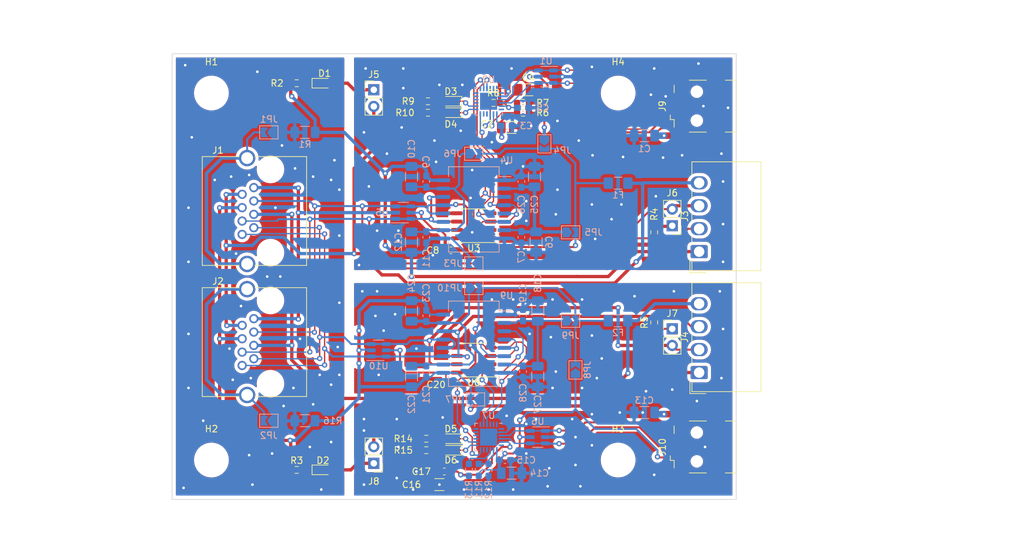
<source format=kicad_pcb>
(kicad_pcb (version 20211014) (generator pcbnew)
  (title_block (title "Modbus-RJ45-Breakout") (date "2023-04-24") (rev "0.0.1") (company "the78mole") (comment 1 "Daniel Glaser"))
  (layers (0 "F.Cu" signal) (31 "B.Cu" signal) (34 "B.Paste" user) (35 "F.Paste" user) (36 "B.SilkS" user "B.Silkscreen") (37 "F.SilkS" user "F.Silkscreen") (38 "B.Mask" user) (39 "F.Mask" user) (44 "Edge.Cuts" user))
  (net 0 "")
  (net 1 "Net-(C1-Pad1)")
  (net 2 "GND1")
  (net 3 "Net-(C2-Pad1)")
  (net 4 "Net-(C4-Pad1)")
  (net 5 "Net-(C25-Pad1)")
  (net 6 "Net-(C8-Pad1)")
  (net 7 "Net-(C10-Pad1)")
  (net 8 "/GND_1")
  (net 9 "Net-(C13-Pad1)")
  (net 10 "GND2")
  (net 11 "Net-(C14-Pad1)")
  (net 12 "Net-(C16-Pad1)")
  (net 13 "Net-(C18-Pad1)")
  (net 14 "Net-(C20-Pad1)")
  (net 15 "Net-(C21-Pad1)")
  (net 16 "/GND_2")
  (net 17 "Net-(D1-Pad1)")
  (net 18 "Net-(D1-Pad2)")
  (net 19 "Net-(D2-Pad1)")
  (net 20 "Net-(D2-Pad2)")
  (net 21 "Net-(D3-Pad1)")
  (net 22 "Net-(D3-Pad2)")
  (net 23 "Net-(D4-Pad1)")
  (net 24 "Net-(D4-Pad2)")
  (net 25 "Net-(D5-Pad1)")
  (net 26 "Net-(D5-Pad2)")
  (net 27 "Net-(D6-Pad1)")
  (net 28 "Net-(D6-Pad2)")
  (net 29 "/+5V_1")
  (net 30 "/+5V_2")
  (net 31 "/B_1")
  (net 32 "/A_1")
  (net 33 "/B_2")
  (net 34 "/A_2")
  (net 35 "Net-(J1-PadSH)")
  (net 36 "Net-(J2-PadSH)")
  (net 37 "Net-(J6-Pad1)")
  (net 38 "Net-(J7-Pad1)")
  (net 39 "Net-(J9-Pad2)")
  (net 40 "Net-(J9-Pad3)")
  (net 42 "Net-(J10-Pad2)")
  (net 43 "Net-(J10-Pad3)")
  (net 45 "GNDS")
  (net 46 "Net-(R6-Pad2)")
  (net 47 "Net-(R8-Pad2)")
  (net 48 "Net-(R11-Pad2)")
  (net 49 "Net-(R13-Pad2)")
  (net 54 "Net-(U2-Pad12)")
  (net 60 "Net-(U2-Pad20)")
  (net 61 "Net-(U2-Pad21)")
  (net 69 "Net-(U7-Pad12)")
  (net 75 "Net-(U7-Pad20)")
  (net 76 "Net-(U7-Pad21)")
  (footprint "Resistor_SMD:R_0603_1608Metric_Pad0.98x0.95mm_HandSolder" (layer "F.Cu") (at 123.5 91 -90)
    (fp_text reference "R5")
    (fp_text value "120")
  )
  (footprint "the78mole:USB_Mini-B_Wuerth_65100516121_Horizontal" (layer "F.Cu") (at 130 58 90)
    (fp_text reference "J9")
    (fp_text value "USB_B_Mini")
  )
  (footprint "LED_SMD:LED_0603_1608Metric_Pad1.05x0.95mm_HandSolder" (layer "F.Cu") (at 92.5 57.25 180)
    (fp_text reference "D3")
    (fp_text value "red")
  )
  (footprint "the78mole:USB_Mini-B_Wuerth_65100516121_Horizontal" (layer "F.Cu") (at 130 110 90)
    (fp_text reference "J10")
    (fp_text value "USB_B_Mini")
  )
  (footprint "LED_SMD:LED_0603_1608Metric_Pad1.05x0.95mm_HandSolder" (layer "F.Cu") (at 92.5 108.75 180)
    (fp_text reference "D5")
    (fp_text value "red")
  )
  (footprint "the78mole:Wago_734-164_1x04_P3.50mm_Horizontal" (layer "F.Cu") (at 130.35 80.2 90)
    (fp_text reference "J3")
    (fp_text value "Conn_01x04")
  )
  (footprint "LED_SMD:LED_0603_1608Metric_Pad1.05x0.95mm_HandSolder" (layer "F.Cu") (at 73 113.5)
    (fp_text reference "D2")
    (fp_text value "green")
  )
  (footprint "Capacitor_SMD:C_0603_1608Metric_Pad1.08x0.95mm_HandSolder" (layer "F.Cu") (at 93.5 100.5)
    (fp_text reference "C20")
    (fp_text value "100n")
  )
  (footprint "MountingHole:MountingHole_4.3mm_M4_DIN965" (layer "F.Cu") (at 56 56)
    (fp_text reference "H1")
    (fp_text value "M4")
  )
  (footprint "Capacitor_SMD:C_0603_1608Metric_Pad1.08x0.95mm_HandSolder" (layer "F.Cu") (at 91.5 113.75 180)
    (fp_text reference "C17")
    (fp_text value "100n")
  )
  (footprint "Connector_PinHeader_2.54mm:PinHeader_1x02_P2.54mm_Vertical" (layer "F.Cu") (at 80.75 112.5 180)
    (fp_text reference "J8")
    (fp_text value "Conn_01x02")
  )
  (footprint "Capacitor_SMD:C_1206_3216Metric_Pad1.33x1.80mm_HandSolder" (layer "F.Cu") (at 104.3125 55.5)
    (fp_text reference "C4")
    (fp_text value "4u7")
  )
  (footprint "Resistor_SMD:R_0603_1608Metric_Pad0.98x0.95mm_HandSolder" (layer "F.Cu") (at 89 57.25)
    (fp_text reference "R9")
    (fp_text value "270")
  )
  (footprint "Resistor_SMD:R_0603_1608Metric_Pad0.98x0.95mm_HandSolder" (layer "F.Cu") (at 103.5 59 180)
    (fp_text reference "R6")
    (fp_text value "22K1")
  )
  (footprint "Resistor_SMD:R_0603_1608Metric_Pad0.98x0.95mm_HandSolder" (layer "F.Cu") (at 88.75 108.75)
    (fp_text reference "R14")
    (fp_text value "270")
  )
  (footprint "MountingHole:MountingHole_4.3mm_M4_DIN965" (layer "F.Cu") (at 118 56)
    (fp_text reference "H4")
    (fp_text value "M4")
  )
  (footprint "Resistor_SMD:R_0603_1608Metric_Pad0.98x0.95mm_HandSolder" (layer "F.Cu") (at 88.75 110.5)
    (fp_text reference "R15")
    (fp_text value "220")
  )
  (footprint "LED_SMD:LED_0603_1608Metric_Pad1.05x0.95mm_HandSolder" (layer "F.Cu") (at 92.5 110.5 180)
    (fp_text reference "D6")
    (fp_text value "yellow")
  )
  (footprint "the78mole:RJ45_Weidmüller_2562920000_Horizontal" (layer "F.Cu") (at 65 74 90)
    (fp_text reference "J1")
    (fp_text value "RJ45_Weidmueller_2562920000")
  )
  (footprint "Resistor_SMD:R_0603_1608Metric_Pad0.98x0.95mm_HandSolder" (layer "F.Cu") (at 69 113.5)
    (fp_text reference "R3")
    (fp_text value "560")
  )
  (footprint "LED_SMD:LED_0603_1608Metric_Pad1.05x0.95mm_HandSolder" (layer "F.Cu") (at 73 54.5)
    (fp_text reference "D1")
    (fp_text value "green")
  )
  (footprint "the78mole:RJ45_Weidmüller_2562920000_Horizontal" (layer "F.Cu") (at 65 94 90)
    (fp_text reference "J2")
    (fp_text value "RJ45_Weidmueller_2562920000")
  )
  (footprint "Resistor_SMD:R_0603_1608Metric_Pad0.98x0.95mm_HandSolder" (layer "F.Cu") (at 123.5 77.25 -90)
    (fp_text reference "R4")
    (fp_text value "120")
  )
  (footprint "Connector_PinHeader_2.54mm:PinHeader_1x02_P2.54mm_Vertical" (layer "F.Cu") (at 126.25 76.25 180)
    (fp_text reference "J6")
    (fp_text value "Conn_01x02")
  )
  (footprint "LED_SMD:LED_0603_1608Metric_Pad1.05x0.95mm_HandSolder" (layer "F.Cu") (at 92.5 59 180)
    (fp_text reference "D4")
    (fp_text value "yellow")
  )
  (footprint "the78mole:Wago_734-164_1x04_P3.50mm_Horizontal" (layer "F.Cu") (at 130.35 98.65 90)
    (fp_text reference "J4")
    (fp_text value "Conn_01x04")
  )
  (footprint "MountingHole:MountingHole_4.3mm_M4_DIN965" (layer "F.Cu") (at 118 112)
    (fp_text reference "H3")
    (fp_text value "M4")
  )
  (footprint "Capacitor_SMD:C_1206_3216Metric_Pad1.33x1.80mm_HandSolder" (layer "F.Cu") (at 90.75 115.75 180)
    (fp_text reference "C16")
    (fp_text value "4u7")
  )
  (footprint "Connector_PinHeader_2.54mm:PinHeader_1x02_P2.54mm_Vertical" (layer "F.Cu") (at 126.25 91.975)
    (fp_text reference "J7")
    (fp_text value "Conn_01x02")
  )
  (footprint "Connector_PinHeader_2.54mm:PinHeader_1x02_P2.54mm_Vertical" (layer "F.Cu") (at 80.75 55.5)
    (fp_text reference "J5")
    (fp_text value "Conn_01x02")
  )
  (footprint "Resistor_SMD:R_0603_1608Metric_Pad0.98x0.95mm_HandSolder" (layer "F.Cu") (at 89 59)
    (fp_text reference "R10")
    (fp_text value "220")
  )
  (footprint "Capacitor_SMD:C_1206_3216Metric_Pad1.33x1.80mm_HandSolder" (layer "F.Cu") (at 101.75 61.25)
    (fp_text reference "C2")
    (fp_text value "4u7")
  )
  (footprint "Capacitor_SMD:C_0603_1608Metric_Pad1.08x0.95mm_HandSolder" (layer "F.Cu") (at 92.5 80)
    (fp_text reference "C8")
    (fp_text value "100n")
  )
  (footprint "MountingHole:MountingHole_4.3mm_M4_DIN965" (layer "F.Cu") (at 56 112)
    (fp_text reference "H2")
    (fp_text value "M4")
  )
  (footprint "the78mole:SO-8_3.9x4.9mm_P1.27mm" (layer "F.Cu") (at 96 96.75 180)
    (fp_text reference "U8")
    (fp_text value "MAX485E")
  )
  (footprint "the78mole:SO-8_3.9x4.9mm_P1.27mm" (layer "F.Cu") (at 96 76.25 180)
    (fp_text reference "U3")
    (fp_text value "MAX485E")
  )
  (footprint "Resistor_SMD:R_0603_1608Metric_Pad0.98x0.95mm_HandSolder" (layer "F.Cu") (at 103.5 57.5 180)
    (fp_text reference "R7")
    (fp_text value "47K5")
  )
  (footprint "Resistor_SMD:R_0603_1608Metric_Pad0.98x0.95mm_HandSolder" (layer "F.Cu") (at 99 57.5 180)
    (fp_text reference "R8")
    (fp_text value "1K")
  )
  (footprint "Resistor_SMD:R_0603_1608Metric_Pad0.98x0.95mm_HandSolder" (layer "F.Cu") (at 69 54.5 180)
    (fp_text reference "R2")
    (fp_text value "560")
  )
  (footprint "Resistor_SMD:R_0603_1608Metric_Pad0.98x0.95mm_HandSolder" (layer "B.Cu") (at 96.75 113.5 90)
    (fp_text reference "R11")
    (fp_text value "22K1")
  )
  (footprint "Resistor_SMD:R_0603_1608Metric_Pad0.98x0.95mm_HandSolder" (layer "B.Cu") (at 95.25 113.5 90)
    (fp_text reference "R13")
    (fp_text value "1K")
  )
  (footprint "Package_SO:SOIC-16W_7.5x12.8mm_P1.27mm" (layer "B.Cu") (at 96 94.25 180)
    (fp_text reference "U9")
    (fp_text value "ADM2687E")
  )
  (footprint "Capacitor_SMD:C_0603_1608Metric_Pad1.08x0.95mm_HandSolder" (layer "B.Cu") (at 88.75 90 90)
    (fp_text reference "C23")
    (fp_text value "100n")
  )
  (footprint "Capacitor_SMD:C_0603_1608Metric_Pad1.08x0.95mm_HandSolder" (layer "B.Cu") (at 101 61)
    (fp_text reference "C3")
    (fp_text value "100n")
  )
  (footprint "Package_TO_SOT_SMD:SOT-23-6" (layer "B.Cu") (at 105.75 108.5 180)
    (fp_text reference "U6")
    (fp_text value "WE-TVS-824001")
  )
  (footprint "Fuse:Fuse_1206_3216Metric_Pad1.42x1.75mm_HandSolder" (layer "B.Cu") (at 117.9875 90.75)
    (fp_text reference "F2")
    (fp_text value "500mA")
  )
  (footprint "Package_DFN_QFN:QFN-24-1EP_4x4mm_P0.5mm_EP2.6x2.6mm" (layer "B.Cu") (at 98.25 57.25 180)
    (fp_text reference "U2")
    (fp_text value "CP2102N-Axx-xQFN24")
  )
  (footprint "Capacitor_SMD:C_0603_1608Metric_Pad1.08x0.95mm_HandSolder" (layer "B.Cu") (at 88.75 78 -90)
    (fp_text reference "C11")
    (fp_text value "100n")
  )
  (footprint "Capacitor_SMD:C_1206_3216Metric_Pad1.33x1.80mm_HandSolder" (layer "B.Cu") (at 122 62.5 180)
    (fp_text reference "C1")
    (fp_text value "1n")
  )
  (footprint "Jumper:SolderJumper-2_P1.3mm_Open_TrianglePad1.0x1.5mm" (layer "B.Cu") (at 96 65.25)
    (fp_text reference "JP6")
    (fp_text value "VCC_BR")
  )
  (footprint "Capacitor_SMD:C_1206_3216Metric_Pad1.33x1.80mm_HandSolder" (layer "B.Cu") (at 105.75 89.25 90)
    (fp_text reference "C18")
    (fp_text value "10u")
  )
  (footprint "Resistor_SMD:R_1206_3216Metric_Pad1.30x1.75mm_HandSolder" (layer "B.Cu") (at 70.25 106)
    (fp_text reference "R16")
    (fp_text value "0")
  )
  (footprint "Package_DFN_QFN:QFN-24-1EP_4x4mm_P0.5mm_EP2.6x2.6mm" (layer "B.Cu") (at 98.25 108.5 180)
    (fp_text reference "U7")
    (fp_text value "CP2102N-Axx-xQFN24")
  )
  (footprint "Capacitor_SMD:C_0603_1608Metric_Pad1.08x0.95mm_HandSolder" (layer "B.Cu") (at 88.75 69.5 90)
    (fp_text reference "C9")
    (fp_text value "100n")
  )
  (footprint "Package_TO_SOT_SMD:SOT-23-6" (layer "B.Cu") (at 81.5 95.25)
    (fp_text reference "U10")
    (fp_text value "WE-TVS-824001")
  )
  (footprint "Capacitor_SMD:C_1206_3216Metric_Pad1.33x1.80mm_HandSolder" (layer "B.Cu") (at 105.5 78.75 -90)
    (fp_text reference "C6")
    (fp_text value "10u")
  )
  (footprint "Jumper:SolderJumper-2_P1.3mm_Open_TrianglePad1.0x1.5mm" (layer "B.Cu") (at 96.25 102.75 180)
    (fp_text reference "JP7")
    (fp_text value "GND_BR")
  )
  (footprint "Capacitor_SMD:C_1206_3216Metric_Pad1.33x1.80mm_HandSolder" (layer "B.Cu") (at 122 104.75 180)
    (fp_text reference "C13")
    (fp_text value "1n")
  )
  (footprint "Capacitor_SMD:C_0603_1608Metric_Pad1.08x0.95mm_HandSolder" (layer "B.Cu") (at 103.25 69.5 90)
    (fp_text reference "C26")
    (fp_text value "100n")
  )
  (footprint "Resistor_SMD:R_1206_3216Metric_Pad1.30x1.75mm_HandSolder" (layer "B.Cu") (at 70.25 62)
    (fp_text reference "R1")
    (fp_text value "0")
  )
  (footprint "Fuse:Fuse_1206_3216Metric_Pad1.42x1.75mm_HandSolder" (layer "B.Cu") (at 118 69.75)
    (fp_text reference "F1")
    (fp_text value "500mA")
  )
  (footprint "Jumper:SolderJumper-2_P1.3mm_Open_TrianglePad1.0x1.5mm" (layer "B.Cu") (at 96 82 180)
    (fp_text reference "JP3")
    (fp_text value "GND_BR")
  )
  (footprint "Capacitor_SMD:C_1206_3216Metric_Pad1.33x1.80mm_HandSolder" (layer "B.Cu") (at 86.5 89.25 90)
    (fp_text reference "C24")
    (fp_text value "10u")
  )
  (footprint "Jumper:SolderJumper-2_P1.3mm_Open_TrianglePad1.0x1.5mm" (layer "B.Cu") (at 106.75 63.75 -90)
    (fp_text reference "JP4")
    (fp_text value "VCC_BR")
  )
  (footprint "Capacitor_SMD:C_1206_3216Metric_Pad1.33x1.80mm_HandSolder" (layer "B.Cu") (at 86.5 68.75 90)
    (fp_text reference "C10")
    (fp_text value "10u")
  )
  (footprint "Jumper:SolderJumper-2_P1.3mm_Open_TrianglePad1.0x1.5mm" (layer "B.Cu") (at 64.75 106 180)
    (fp_text reference "JP2")
    (fp_text value "SolderJumper_2_Open")
  )
  (footprint "Jumper:SolderJumper-2_P1.3mm_Open_TrianglePad1.0x1.5mm" (layer "B.Cu") (at 110.75 77.25)
    (fp_text reference "JP5")
    (fp_text value "VCC_BR")
  )
  (footprint "Capacitor_SMD:C_1206_3216Metric_Pad1.33x1.80mm_HandSolder" (layer "B.Cu") (at 105.25 68.75 90)
    (fp_text reference "C25")
    (fp_text value "10u")
  )
  (footprint "Capacitor_SMD:C_0603_1608Metric_Pad1.08x0.95mm_HandSolder" (layer "B.Cu") (at 88.75 98.5 -90)
    (fp_text reference "C21")
    (fp_text value "100n")
  )
  (footprint "Package_TO_SOT_SMD:SOT-23-6" (layer "B.Cu") (at 107 53.5 180)
    (fp_text reference "U1")
    (fp_text value "WE-TVS-824001")
  )
  (footprint "Jumper:SolderJumper-2_P1.3mm_Open_TrianglePad1.0x1.5mm" (layer "B.Cu") (at 96 85.75)
    (fp_text reference "JP10")
    (fp_text value "VCC_BR")
  )
  (footprint "Jumper:SolderJumper-2_P1.3mm_Open_TrianglePad1.0x1.5mm" (layer "B.Cu") (at 110.75 90.75)
    (fp_text reference "JP9")
    (fp_text value "VCC_BR")
  )
  (footprint "Capacitor_SMD:C_0603_1608Metric_Pad1.08x0.95mm_HandSolder" (layer "B.Cu") (at 103.5 58.25)
    (fp_text reference "C5")
    (fp_text value "100n")
  )
  (footprint "Capacitor_SMD:C_1206_3216Metric_Pad1.33x1.80mm_HandSolder" (layer "B.Cu") (at 101.75 114)
    (fp_text reference "C14")
    (fp_text value "4u7")
  )
  (footprint "Capacitor_SMD:C_0603_1608Metric_Pad1.08x0.95mm_HandSolder" (layer "B.Cu") (at 103.25 78 -90)
    (fp_text reference "C7")
    (fp_text value "100n")
  )
  (footprint "Capacitor_SMD:C_0603_1608Metric_Pad1.08x0.95mm_HandSolder" (layer "B.Cu") (at 103.5 98.5 -90)
    (fp_text reference "C28")
    (fp_text value "100n")
  )
  (footprint "Resistor_SMD:R_0603_1608Metric_Pad0.98x0.95mm_HandSolder" (layer "B.Cu") (at 98.25 113.5 90)
    (fp_text reference "R12")
    (fp_text value "47K5")
  )
  (footprint "Package_TO_SOT_SMD:SOT-23-6" (layer "B.Cu") (at 85.25 74.25)
    (fp_text reference "U5")
    (fp_text value "WE-TVS-824001")
  )
  (footprint "Capacitor_SMD:C_1206_3216Metric_Pad1.33x1.80mm_HandSolder" (layer "B.Cu") (at 105.75 99.25 -90)
    (fp_text reference "C27")
    (fp_text value "10u")
  )
  (footprint "Capacitor_SMD:C_0603_1608Metric_Pad1.08x0.95mm_HandSolder" (layer "B.Cu") (at 100.75 112)
    (fp_text reference "C15")
    (fp_text value "100n")
  )
  (footprint "Capacitor_SMD:C_0603_1608Metric_Pad1.08x0.95mm_HandSolder" (layer "B.Cu") (at 103.5 89.8875 90)
    (fp_text reference "C19")
    (fp_text value "100n")
  )
  (footprint "Jumper:SolderJumper-2_P1.3mm_Open_TrianglePad1.0x1.5mm" (layer "B.Cu") (at 111.5 98.25 90)
    (fp_text reference "JP8")
    (fp_text value "VCC_BR")
  )
  (footprint "Package_SO:SOIC-16W_7.5x12.8mm_P1.27mm" (layer "B.Cu") (at 96 73.75 180)
    (fp_text reference "U4")
    (fp_text value "ADM2687E")
  )
  (footprint "Capacitor_SMD:C_1206_3216Metric_Pad1.33x1.80mm_HandSolder" (layer "B.Cu") (at 86.5 99.25 -90)
    (fp_text reference "C22")
    (fp_text value "10u")
  )
  (footprint "Jumper:SolderJumper-2_P1.3mm_Open_TrianglePad1.0x1.5mm" (layer "B.Cu") (at 64.75 62 180)
    (fp_text reference "JP1")
    (fp_text value "SolderJumper_2_Open")
  )
  (footprint "Capacitor_SMD:C_1206_3216Metric_Pad1.33x1.80mm_HandSolder" (layer "B.Cu") (at 86.5 78.75 -90)
    (fp_text reference "C12")
    (fp_text value "10u")
  )
  (gr_rect (start 50 50) (end 136 118) (layer "Edge.Cuts") (width 0.1) (fill none))
  (segment (start 127.3 62.5) (end 127.4 62.4) (width 1) (layer "F.Cu") (net 1))
  (segment (start 132.9 53.6) (end 132.9 62.4) (width 1) (layer "F.Cu") (net 1))
  (segment (start 125 62.5) (end 127.3 62.5) (width 1) (layer "F.Cu") (net 1))
  (segment (start 132.9 62.4) (end 127.4 62.4) (width 1) (layer "F.Cu") (net 1))
  (segment (start 132.9 53.6) (end 127.4 53.6) (width 1) (layer "F.Cu") (net 1))
  (via (at 125 62.5) (size 0.8) (drill 0.4) (layers "F.Cu" "B.Cu") (net 1))
  (segment (start 123.5625 62.5) (end 125 62.5) (width 1) (layer "B.Cu") (net 1))
  (segment (start 92.25 72) (end 95.5 72) (width 0.5) (layer "F.Cu") (net 2))
  (segment (start 127.4 56.4) (end 125.35 56.4) (width 0.5) (layer "F.Cu") (net 2))
  (segment (start 104 52.5) (end 105.75 52.5) (width 0.3) (layer "F.Cu") (net 2))
  (segment (start 103.5 53.25) (end 103.5 53) (width 0.3) (layer "F.Cu") (net 2))
  (segment (start 94.75 80) (end 95 80.25) (width 0.5) (layer "F.Cu") (net 2))
  (segment (start 93.3625 80) (end 94.75 80) (width 0.5) (layer "F.Cu") (net 2))
  (segment (start 103.5 54) (end 104.5 55) (width 0.3) (layer "F.Cu") (net 2))
  (segment (start 104.5 55) (end 105.375 55) (width 0.3) (layer "F.Cu") (net 2))
  (segment (start 105.75 52.5) (end 106 52.75) (width 0.3) (layer "F.Cu") (net 2))
  (segment (start 101.25 54.25) (end 101.5 54) (width 0.3) (layer "F.Cu") (net 2))
  (segment (start 101.5 54) (end 103.5 54) (width 0.3) (layer "F.Cu") (net 2))
  (segment (start 103.5 54) (end 103.5 53.25) (width 0.3) (layer "F.Cu") (net 2))
  (segment (start 104.75 61) (end 104.75 62.5) (width 0.5) (layer "F.Cu") (net 2))
  (segment (start 125.35 56.4) (end 125.25 56.5) (width 0.5) (layer "F.Cu") (net 2))
  (segment (start 91.75 74) (end 91.75 72.5) (width 0.5) (layer "F.Cu") (net 2))
  (segment (start 103.5 63.75) (end 103.5 67.1875) (width 0.5) (layer "F.Cu") (net 2))
  (segment (start 96.7 80.25) (end 96.725 80.225) (width 0.5) (layer "F.Cu") (net 2))
  (segment (start 103.5 53) (end 104 52.5) (width 0.3) (layer "F.Cu") (net 2))
  (segment (start 95 80.25) (end 96.7 80.25) (width 0.5) (layer "F.Cu") (net 2))
  (segment (start 101.25 55.75) (end 101.25 54.25) (width 0.3) (layer "F.Cu") (net 2))
  (segment (start 106 52.75) (end 106.75 53.5) (width 0.3) (layer "F.Cu") (net 2))
  (segment (start 104.4125 57.5) (end 105.25 57.5) (width 0.3) (layer "F.Cu") (net 2))
  (segment (start 105.875 56.875) (end 105.875 55.5) (width 0.3) (layer "F.Cu") (net 2))
  (segment (start 106.75 53.5) (end 109.5 53.5) (width 0.3) (layer "F.Cu") (net 2))
  (segment (start 92.095 74.345) (end 91.75 74) (width 0.5) (layer "F.Cu") (net 2))
  (segment (start 104.75 62.5) (end 103.5 63.75) (width 0.5) (layer "F.Cu") (net 2))
  (segment (start 105.375 55) (end 105.875 55.5) (width 0.3) (layer "F.Cu") (net 2))
  (segment (start 105.25 57.5) (end 105.875 56.875) (width 0.3) (layer "F.Cu") (net 2))
  (segment (start 93.425 74.345) (end 92.095 74.345) (width 0.5) (layer "F.Cu") (net 2))
  (segment (start 91.75 72.5) (end 92.25 72) (width 0.5) (layer "F.Cu") (net 2))
  (via (at 134.75 58.25) (size 0.8) (drill 0.4) (layers "F.Cu" "B.Cu") (net 2))
  (via (at 90.25 66.5) (size 0.8) (drill 0.4) (layers "F.Cu" "B.Cu") (net 2))
  (via (at 123.75 71.75) (size 0.8) (drill 0.4) (layers "F.Cu" "B.Cu") (net 2))
  (via (at 84.5 78.5) (size 0.8) (drill 0.4) (layers "F.Cu" "B.Cu") (net 2))
  (via (at 84.5 77) (size 0.8) (drill 0.4) (layers "F.Cu" "B.Cu") (net 2))
  (via (at 95.75 77.25) (size 0.8) (drill 0.4) (layers "F.Cu" "B.Cu") (net 2))
  (via (at 103.5 67.1875) (size 0.8) (drill 0.4) (layers "F.Cu" "B.Cu") (net 2))
  (via (at 94.25 54.75) (size 0.8) (drill 0.4) (layers "F.Cu" "B.Cu") (net 2))
  (via (at 130.25 51.5) (size 0.8) (drill 0.4) (layers "F.Cu" "B.Cu") (net 2))
  (via (at 104 75.5) (size 0.8) (drill 0.4) (layers "F.Cu" "B.Cu") (net 2))
  (via (at 112 63.25) (size 0.8) (drill 0.4) (layers "F.Cu" "B.Cu") (net 2))
  (via (at 134 81.75) (size 0.8) (drill 0.4) (layers "F.Cu" "B.Cu") (net 2))
  (via (at 114.1 65.5) (size 0.8) (drill 0.4) (layers "F.Cu" "B.Cu") (net 2))
  (via (at 117 75.25) (size 0.8) (drill 0.4) (layers "F.Cu" "B.Cu") (net 2))
  (via (at 134 76) (size 0.8) (drill 0.4) (layers "F.Cu" "B.Cu") (net 2))
  (via (at 101.75 52.25) (size 0.8) (drill 0.4) (layers "F.Cu" "B.Cu") (net 2))
  (via (at 108.5 74.5) (size 0.8) (drill 0.4) (layers "F.Cu" "B.Cu") (net 2))
  (via (at 114 73) (size 0.8) (drill 0.4) (layers "F.Cu" "B.Cu") (net 2))
  (via (at 85.25 55.25) (size 0.8) (drill 0.4) (layers "F.Cu" "B.Cu") (net 2))
  (via (at 79.25 62) (size 0.8) (drill 0.4) (layers "F.Cu" "B.Cu") (net 2))
  (via (at 85.25 52.25) (size 0.8) (drill 0.4) (layers "F.Cu" "B.Cu") (net 2))
  (via (at 114 52) (size 0.8) (drill 0.4) (layers "F.Cu" "B.Cu") (net 2))
  (via (at 125.25 56.5) (size 0.8) (drill 0.4) (layers "F.Cu" "B.Cu") (net 2))
  (via (at 127.75 65.5) (size 0.8) (drill 0.4) (layers "F.Cu" "B.Cu") (net 2))
  (via (at 80 70.25) (size 0.8) (drill 0.4) (layers "F.Cu" "B.Cu") (net 2))
  (via (at 118.5 73) (size 0.8) (drill 0.4) (layers "F.Cu" "B.Cu") (net 2))
  (via (at 98.75 63.5) (size 0.8) (drill 0.4) (layers "F.Cu" "B.Cu") (net 2))
  (via (at 78.5 82.25) (size 0.8) (drill 0.4) (layers "F.Cu" "B.Cu") (net 2))
  (via (at 94 61.75) (size 0.8) (drill 0.4) (layers "F.Cu" "B.Cu") (net 2))
  (via (at 89.75 80.75) (size 0.8) (drill 0.4) (layers "F.Cu" "B.Cu") (net 2))
  (via (at 123 56.25) (size 0.8) (drill 0.4) (layers "F.Cu" "B.Cu") (net 2))
  (via (at 101 66.75) (size 0.8) (drill 0.4) (layers "F.Cu" "B.Cu") (net 2))
  (via (at 82.75 65.25) (size 0.8) (drill 0.4) (layers "F.Cu" "B.Cu") (net 2))
  (via (at 85 61.25) (size 0.8) (drill 0.4) (layers "F.Cu" "B.Cu") (net 2))
  (via (at 114.5 78.25) (size 0.8) (drill 0.4) (layers "F.Cu" "B.Cu") (net 2))
  (via (at 124.85 65.85) (size 0.8) (drill 0.4) (layers "F.Cu" "B.Cu") (net 2))
  (via (at 133.75 65.25) (size 0.8) (drill 0.4) (layers "F.Cu" "B.Cu") (net 2))
  (via (at 104 72.5) (size 0.8) (drill 0.4) (layers "F.Cu" "B.Cu") (net 2))
  (via (at 134 69.5) (size 0.8) (drill 0.4) (layers "F.Cu" "B.Cu") (net 2))
  (via (at 123.5 52.25) (size 0.8) (drill 0.4) (layers "F.Cu" "B.Cu") (net 2))
  (via (at 81.25 77) (size 0.8) (drill 0.4) (layers "F.Cu" "B.Cu") (net 2))
  (via (at 90 63.25) (size 0.8) (drill 0.4) (layers "F.Cu" "B.Cu") (net 2))
  (via (at 95.75 67.75) (size 0.8) (drill 0.4) (layers "F.Cu" "B.Cu") (net 2))
  (via (at 104.75 61) (size 0.8) (drill 0.4) (layers "F.Cu" "B.Cu") (net 2))
  (via (at 108.75 60.25) (size 0.8) (drill 0.4) (layers "F.Cu" "B.Cu") (net 2))
  (via (at 90.75 54.75) (size 0.8) (drill 0.4) (layers "F.Cu" "B.Cu") (net 2))
  (via (at 118.75 65.75) (size 0.8) (drill 0.4) (layers "F.Cu" "B.Cu") (net 2))
  (via (at 101.25 55.75) (size 0.8) (drill 0.4) (layers "F.Cu" "B.Cu") (net 2))
  (via (at 79.5 52.25) (size 0.8) (drill 0.4) (layers "F.Cu" "B.Cu") (net 2))
  (via (at 95.5 72) (size 0.8) (drill 0.4) (layers "F.Cu" "B.Cu") (net 2))
  (via (at 108.75 70.75) (size 0.8) (drill 0.4) (layers "F.Cu" "B.Cu") (net 2))
  (via (at 131 58) (size 0.8) (drill 0.4) (layers "F.Cu" "B.Cu") (net 2))
  (via (at 96.725 80.225) (size 0.8) (drill 0.4) (layers "F.Cu" "B.Cu") (net 2))
  (via (at 109.5 53.5) (size 0.8) (drill 0.4) (layers "F.Cu" "B.Cu") (net 2))
  (segment (start 102.195 69.305) (end 102.8625 68.6375) (width 0.5) (layer "B.Cu") (net 2))
  (segment (start 103.25 68.6375) (end 103.25 67.4375) (width 0.5) (layer "B.Cu") (net 2))
  (segment (start 100.1875 56.5) (end 99 56.5) (width 0.3) (layer "B.Cu") (net 2))
  (segment (start 108 58.75) (end 107.5 58.25) (width 0.5) (layer "B.Cu") (net 2))
  (segment (start 102.8625 68.6375) (end 103.25 68.6375) (width 0.5) (layer "B.Cu") (net 2))
  (segment (start 95.5 74.75) (end 95.5 72) (width 0.3) (layer "B.Cu") (net 2))
  (segment (start 107.5 58.25) (end 104.3625 58.25) (width 0.5) (layer "B.Cu") (net 2))
  (segment (start 103.25 78.8625) (end 105.1125 78.8625) (width 0.5) (layer "B.Cu") (net 2))
  (segment (start 96.75 78) (end 96.75 76) (width 0.3) (layer "B.Cu") (net 2))
  (segment (start 112.5 54.75) (end 111.25 53.5) (width 0.5) (layer "B.Cu") (net 2))
  (segment (start 112.5 58.75) (end 108 58.75) (width 0.5) (layer "B.Cu") (net 2))
  (segment (start 95.5 70.75) (end 95.5 72) (width 0.5) (layer "B.Cu") (net 2))
  (segment (start 109.5 53.5) (end 108.1375 53.5) (width 0.3) (layer "B.Cu") (net 2))
  (segment (start 100.1875 56.5) (end 101 56.5) (width 0.3) (layer "B.Cu") (net 2))
  (segment (start 120.4375 61.3125) (end 121.25 60.5) (width 0.5) (layer "B.Cu") (net 2))
  (segment (start 98.055 78.195) (end 100.65 78.195) (width 0.3) (layer "B.Cu") (net 2))
  (segment (start 120.4375 62.5) (end 120.4375 61.3125) (width 0.5) (layer "B.Cu") (net 2))
  (segment (start 96.725 79.525) (end 98.055 78.195) (width 0.3) (layer "B.Cu") (net 2))
  (segment (start 120.4375 62.5) (end 116.25 62.5) (width 0.5) (layer "B.Cu") (net 2))
  (segment (start 96.75 76) (end 95.5 74.75) (width 0.3) (layer "B.Cu") (net 2))
  (segment (start 101.25 56.25) (end 101.25 55.75) (width 0.3) (layer "B.Cu") (net 2))
  (segment (start 99 56.5) (end 98.25 57.25) (width 0.3) (layer "B.Cu") (net 2))
  (segment (start 104.3625 60.6125) (end 104.75 61) (width 0.5) (layer "B.Cu") (net 2))
  (segment (start 116.25 62.5) (end 112.5 58.75) (width 0.5) (layer "B.Cu") (net 2))
  (segment (start 105.1125 78.8625) (end 105.5 79.25) (width 0.5) (layer "B.Cu") (net 2))
  (segment (start 111.25 53.5) (end 109.5 53.5) (width 0.5) (layer "B.Cu") (net 2))
  (segment (start 101 56.5) (end 101.25 56.25) (width 0.3) (layer "B.Cu") (net 2))
  (segment (start 96.725 80.225) (end 96.75 80.2) (width 0.3) (layer "B.Cu") (net 2))
  (segment (start 121.25 60.5) (end 125.25 56.5) (width 0.5) (layer "B.Cu") (net 2))
  (segment (start 105.25 67.1875) (end 103.5 67.1875) (width 0.5) (layer "B.Cu") (net 2))
  (segment (start 96.75 80.2) (end 96.75 78) (width 0.3) (layer "B.Cu") (net 2))
  (segment (start 103.25 78.8625) (end 102.6125 78.8625) (width 0.5) (layer "B.Cu") (net 2))
  (segment (start 96.725 80.225) (end 96.725 79.525) (width 0.3) (layer "B.Cu") (net 2))
  (segment (start 103.25 67.4375) (end 103.5 67.1875) (width 0.5) (layer "B.Cu") (net 2))
  (segment (start 101.945 78.195) (end 100.65 78.195) (width 0.5) (layer "B.Cu") (net 2))
  (segment (start 100.65 69.305) (end 102.195 69.305) (width 0.5) (layer "B.Cu") (net 2))
  (segment (start 112.5 58.75) (end 112.5 54.75) (width 0.5) (layer "B.Cu") (net 2))
  (segment (start 102.6125 78.8625) (end 101.945 78.195) (width 0.5) (layer "B.Cu") (net 2))
  (segment (start 96.725 82) (end 96.725 80.225) (width 0.3) (layer "B.Cu") (net 2))
  (segment (start 105.5 79.25) (end 105.5 80.3125) (width 0.5) (layer "B.Cu") (net 2))
  (segment (start 100.65 69.305) (end 96.945 69.305) (width 0.5) (layer "B.Cu") (net 2))
  (segment (start 101.8625 61) (end 104.75 61) (width 0.5) (layer "B.Cu") (net 2))
  (segment (start 104.3625 58.25) (end 104.3625 60.6125) (width 0.5) (layer "B.Cu") (net 2))
  (segment (start 96.945 69.305) (end 95.5 70.75) (width 0.5) (layer "B.Cu") (net 2))
  (segment (start 107.25 57.5) (end 107.25 54.75) (width 0.3) (layer "F.Cu") (net 3))
  (segment (start 114.5 62) (end 110 57.5) (width 0.3) (layer "F.Cu") (net 3))
  (segment (start 105.75 59) (end 107.25 57.5) (width 0.3) (layer "F.Cu") (net 3))
  (segment (start 106.75 60) (end 106.75 61.25) (width 0.3) (layer "F.Cu") (net 3))
  (segment (start 127.4 59.6) (end 125.15 59.6) (width 0.3) (layer "F.Cu") (net 3))
  (segment (start 125.15 59.6) (end 122.75 62) (width 0.3) (layer "F.Cu") (net 3))
  (segment (start 106.25 59.5) (end 106.75 60) (width 0.3) (layer "F.Cu") (net 3))
  (segment (start 103.58798 59.82452) (end 100.67548 59.82452) (width 0.3) (layer "F.Cu") (net 3))
  (segment (start 100.1875 62.6875) (end 100.25 62.75) (width 0.5) (layer "F.Cu") (net 3))
  (segment (start 104.4125 59) (end 105.75 59) (width 0.3) (layer "F.Cu") (net 3))
  (segment (start 110 57.5) (end 107.25 57.5) (width 0.3) (layer "F.Cu") (net 3))
  (segment (start 100.67548 59.82452) (end 100.1875 60.3125) (width 0.3) (layer "F.Cu") (net 3))
  (segment (start 100.1875 61.25) (end 100.1875 62.6875) (width 0.5) (layer "F.Cu") (net 3))
  (segment (start 106 53.5) (end 104.5 53.5) (width 0.3) (layer "F.Cu") (net 3))
  (segment (start 104.4125 59) (end 103.58798 59.82452) (width 0.3) (layer "F.Cu") (net 3))
  (segment (start 122.75 62) (end 114.5 62) (width 0.3) (layer "F.Cu") (net 3))
  (segment (start 107.25 54.75) (end 106 53.5) (width 0.3) (layer "F.Cu") (net 3))
  (segment (start 100.1875 60.3125) (end 100.1875 61.25) (width 0.3) (layer "F.Cu") (net 3))
  (segment (start 105.75 59) (end 106.25 59.5) (width 0.3) (layer "F.Cu") (net 3))
  (via (at 100.25 62.75) (size 0.8) (drill 0.4) (layers "F.Cu" "B.Cu") (net 3))
  (via (at 104.5 53.5) (size 0.8) (drill 0.4) (layers "F.Cu" "B.Cu") (net 3))
  (via (at 106.75 61.25) (size 0.8) (drill 0.4) (layers "F.Cu" "B.Cu") (net 3))
  (segment (start 104.5 53.5) (end 105.8625 53.5) (width 0.3) (layer "B.Cu") (net 3))
  (segment (start 100.25 61.1125) (end 100.1375 61) (width 0.5) (layer "B.Cu") (net 3))
  (segment (start 99.5 60.3625) (end 100.1375 61) (width 0.2) (layer "B.Cu") (net 3))
  (segment (start 99.5 59.1875) (end 99.5 60.3625) (width 0.2) (layer "B.Cu") (net 3))
  (segment (start 100.25 62.75) (end 100.25 61.1125) (width 0.5) (layer "B.Cu") (net 3))
  (segment (start 106.75 63.025) (end 106.75 61.25) (width 0.5) (layer "B.Cu") (net 3))
  (segment (start 98.25 52.75) (end 99.9125 54.4125) (width 0.5) (layer "F.Cu") (net 4))
  (segment (start 88.0875 54.9125) (end 90.25 52.75) (width 0.5) (layer "F.Cu") (net 4))
  (segment (start 90.25 52.75) (end 98.25 52.75) (width 0.5) (layer "F.Cu") (net 4))
  (segment (start 100.62039 57.5) (end 101.31989 58.1995) (width 0.2) (layer "F.Cu") (net 4))
  (segment (start 88.0875 57.25) (end 88.0875 54.9125) (width 0.5) (layer "F.Cu") (net 4))
  (segment (start 102.75 55.5) (end 100.75 57.5) (width 0.5) (layer "F.Cu") (net 4))
  (segment (start 99.9125 54.4125) (end 99.9125 57.5) (width 0.5) (layer "F.Cu") (net 4))
  (segment (start 100.75 57.5) (end 99.9125 57.5) (width 0.5) (layer "F.Cu") (net 4))
  (segment (start 99.9125 57.5) (end 100.62039 57.5) (width 0.2) (layer "F.Cu") (net 4))
  (segment (start 88.0875 57.25) (end 88.0875 59) (width 0.5) (layer "F.Cu") (net 4))
  (via (at 101.31989 58.1995) (size 0.8) (drill 0.4) (layers "F.Cu" "B.Cu") (net 4))
  (segment (start 101.12039 58) (end 101.31989 58.1995) (width 0.2) (layer "B.Cu") (net 4))
  (segment (start 102.587 58.1995) (end 101.31989 58.1995) (width 0.2) (layer "B.Cu") (net 4))
  (segment (start 102.6375 58.25) (end 102.587 58.1995) (width 0.2) (layer "B.Cu") (net 4))
  (segment (start 100.1875 58) (end 101.12039 58) (width 0.2) (layer "B.Cu") (net 4))
  (segment (start 103.3 77.1875) (end 103.25 77.1375) (width 0.5) (layer "B.Cu") (net 5))
  (segment (start 109.9625 77.1875) (end 110.025 77.25) (width 0.5) (layer "B.Cu") (net 5))
  (segment (start 105.25 70.3125) (end 105.25 76.9375) (width 0.5) (layer "B.Cu") (net 5))
  (segment (start 103.0375 76.925) (end 103.25 77.1375) (width 0.3) (layer "B.Cu") (net 5))
  (segment (start 100.65 76.925) (end 103.0375 76.925) (width 0.3) (layer "B.Cu") (net 5))
  (segment (start 100.65 70.575) (end 103.0375 70.575) (width 0.3) (layer "B.Cu") (net 5))
  (segment (start 105.25 76.9375) (end 105.5 77.1875) (width 0.5) (layer "B.Cu") (net 5))
  (segment (start 105.5 77.1875) (end 103.3 77.1875) (width 0.5) (layer "B.Cu") (net 5))
  (segment (start 103.0375 70.575) (end 103.25 70.3625) (width 0.3) (layer "B.Cu") (net 5))
  (segment (start 105.25 70.3125) (end 103.3 70.3125) (width 0.5) (layer "B.Cu") (net 5))
  (segment (start 105.5 77.1875) (end 109.9625 77.1875) (width 0.5) (layer "B.Cu") (net 5))
  (segment (start 103.3 70.3125) (end 103.25 70.3625) (width 0.5) (layer "B.Cu") (net 5))
  (segment (start 88 75) (end 89.75 76.75) (width 0.3) (layer "F.Cu") (net 6))
  (segment (start 93.425 78.155) (end 95.714956 78.155) (width 0.3) (layer "F.Cu") (net 6))
  (segment (start 95.714956 78.155) (end 97.060455 79.500499) (width 0.3) (layer "F.Cu") (net 6))
  (segment (start 91.6375 80) (end 91.6375 78.1725) (width 0.5) (layer "F.Cu") (net 6))
  (segment (start 97.060455 79.500499) (end 111.249501 79.500499) (width 0.3) (layer "F.Cu") (net 6))
  (segment (start 91.655 77.655) (end 91.655 78.155) (width 0.3) (layer "F.Cu") (net 6))
  (segment (start 88 74.25) (end 88 75) (width 0.3) (layer "F.Cu") (net 6))
  (segment (start 90.75 76.75) (end 91.655 77.655) (width 0.3) (layer "F.Cu") (net 6))
  (segment (start 89.75 76.75) (end 90.75 76.75) (width 0.3) (layer "F.Cu") (net 6))
  (segment (start 91.6375 78.1725) (end 91.655 78.155) (width 0.5) (layer "F.Cu") (net 6))
  (segment (start 93.425 78.155) (end 91.655 78.155) (width 0.3) (layer "F.Cu") (net 6))
  (segment (start 111.249501 79.500499) (end 111.5 79.25) (width 0.3) (layer "F.Cu") (net 6))
  (via (at 88 74.25) (size 0.8) (drill 0.4) (layers "F.Cu" "B.Cu") (net 6))
  (via (at 111.5 79.25) (size 0.8) (drill 0.4) (layers "F.Cu" "B.Cu") (net 6))
  (segment (start 88 74.25) (end 86.3875 74.25) (width 0.3) (layer "B.Cu") (net 6))
  (segment (start 111.5 69.75) (end 111.475 69.725) (width 0.3) (layer "B.Cu") (net 6))
  (segment (start 109.225 64.475) (end 111.475 66.725) (width 0.3) (layer "B.Cu") (net 6))
  (segment (start 111.5 77.275) (end 111.475 77.25) (width 0.3) (layer "B.Cu") (net 6))
  (segment (start 106.75 64.475) (end 109.225 64.475) (width 0.3) (layer "B.Cu") (net 6))
  (segment (start 111.475 66.725) (end 111.475 69.725) (width 0.3) (layer "B.Cu") (net 6))
  (segment (start 100 65.25) (end 100.775 64.475) (width 0.3) (layer "B.Cu") (net 6))
  (segment (start 111.475 69.725) (end 111.475 77.25) (width 0.3) (layer "B.Cu") (net 6))
  (segment (start 96.725 65.25) (end 100 65.25) (width 0.3) (layer "B.Cu") (net 6))
  (segment (start 111.5 79.25) (end 111.5 77.275) (width 0.3) (layer "B.Cu") (net 6))
  (segment (start 100.775 64.475) (end 106.75 64.475) (width 0.3) (layer "B.Cu") (net 6))
  (segment (start 116.5125 69.75) (end 111.5 69.75) (width 0.3) (layer "B.Cu") (net 6))
  (segment (start 88.7 77.1875) (end 88.75 77.1375) (width 0.3) (layer "B.Cu") (net 7))
  (segment (start 93.325 76.925) (end 94.5 75.75) (width 0.3) (layer "B.Cu") (net 7))
  (segment (start 86.5 77.1875) (end 88.7 77.1875) (width 0.3) (layer "B.Cu") (net 7))
  (segment (start 94.25 65.25) (end 95.275 65.25) (width 0.3) (layer "B.Cu") (net 7))
  (segment (start 88.9625 76.925) (end 88.75 77.1375) (width 0.3) (layer "B.Cu") (net 7))
  (segment (start 91.35 76.925) (end 88.9625 76.925) (width 0.3) (layer "B.Cu") (net 7))
  (segment (start 93.75 70) (end 93.75 65.75) (width 0.3) (layer "B.Cu") (net 7))
  (segment (start 94.5 72.15) (end 92.925 70.575) (width 0.3) (layer "B.Cu") (net 7))
  (segment (start 92.925 70.575) (end 93.175 70.575) (width 0.3) (layer "B.Cu") (net 7))
  (segment (start 86.5 70.3125) (end 88.7 70.3125) (width 0.3) (layer "B.Cu") (net 7))
  (segment (start 88.7 70.3125) (end 88.75 70.3625) (width 0.3) (layer "B.Cu") (net 7))
  (segment (start 93.75 65.75) (end 94.25 65.25) (width 0.3) (layer "B.Cu") (net 7))
  (segment (start 94.5 75.75) (end 94.5 72.15) (width 0.3) (layer "B.Cu") (net 7))
  (segment (start 91.35 76.925) (end 93.325 76.925) (width 0.3) (layer "B.Cu") (net 7))
  (segment (start 93.175 70.575) (end 93.75 70) (width 0.3) (layer "B.Cu") (net 7))
  (segment (start 91.35 70.575) (end 88.9625 70.575) (width 0.3) (layer "B.Cu") (net 7))
  (segment (start 91.35 70.575) (end 92.925 70.575) (width 0.3) (layer "B.Cu") (net 7))
  (segment (start 88.9625 70.575) (end 88.75 70.3625) (width 0.3) (layer "B.Cu") (net 7))
  (segment (start 82.5 74.25) (end 82.5 68.249998) (width 0.5) (layer "F.Cu") (net 8))
  (segment (start 69.25 70.5) (end 69.25 74.25) (width 0.5) (layer "F.Cu") (net 8))
  (segment (start 116.5 84) (end 111.75 84) (width 0.5) (layer "F.Cu") (net 8))
  (segment (start 82.5 79.25) (end 82.5 74.25) (width 0.5) (layer "F.Cu") (net 8))
  (segment (start 68.0875 56.3375) (end 68.0875 54.5) (width 0.5) (layer "F.Cu") (net 8))
  (segment (start 130.35 80.2) (end 120.3 80.2) (width 0.5) (layer "F.Cu") (net 8))
  (segment (start 120.3 80.2) (end 117.75 82.75) (width 0.5) (layer "F.Cu") (net 8))
  (segment (start 68.25 56.5) (end 68.0875 56.3375) (width 0.5) (layer "F.Cu") (net 8))
  (segment (start 111.75 84) (end 86.5 84) (width 0.5) (layer "F.Cu") (net 8))
  (segment (start 117.75 82.75) (end 116.5 84) (width 0.5) (layer "F.Cu") (net 8))
  (segment (start 69.25 74.25) (end 69.25 90.5) (width 0.5) (layer "F.Cu") (net 8))
  (via (at 69.25 90.5) (size 0.8) (drill 0.4) (layers "F.Cu" "B.Cu") (net 8))
  (via (at 69.25 74.25) (size 0.8) (drill 0.4) (layers "F.Cu" "B.Cu") (net 8))
  (via (at 82.5 68.249998) (size 0.8) (drill 0.4) (layers "F.Cu" "B.Cu") (net 8))
  (via (at 82.5 79.25) (size 0.8) (drill 0.4) (layers "F.Cu" "B.Cu") (net 8))
  (via (at 68.25 56.5) (size 0.8) (drill 0.4) (layers "F.Cu" "B.Cu") (net 8))
  (via (at 82.5 74.25) (size 0.8) (drill 0.4) (layers "F.Cu" "B.Cu") (net 8))
  (via (at 86.5 84) (size 0.8) (drill 0.4) (layers "F.Cu" "B.Cu") (net 8))
  (via (at 69.25 70.5) (size 0.8) (drill 0.4) (layers "F.Cu" "B.Cu") (net 8))
  (segment (start 76.250002 62) (end 82.5 68.249998) (width 0.5) (layer "B.Cu") (net 8))
  (segment (start 86.5 80.3125) (end 83.5625 80.3125) (width 0.5) (layer "B.Cu") (net 8))
  (segment (start 91.35 69.305) (end 89.4175 69.305) (width 0.5) (layer "B.Cu") (net 8))
  (segment (start 84.1125 74.25) (end 69.25 74.25) (width 0.5) (layer "B.Cu") (net 8))
  (segment (start 69.18 90.43) (end 69.25 90.5) (width 0.5) (layer "B.Cu") (net 8))
  (segment (start 89.4175 78.195) (end 88.75 78.8625) (width 0.5) (layer "B.Cu") (net 8))
  (segment (start 92.635044 78.195) (end 91.35 78.195) (width 0.3) (layer "B.Cu") (net 8))
  (segment (start 88.1875 80.3125) (end 86.5 80.3125) (width 0.5) (layer "B.Cu") (net 8))
  (segment (start 71.8 62) (end 76.250002 62) (width 0.5) (layer "B.Cu") (net 8))
  (segment (start 88.1875 67.1875) (end 88.75 67.75) (width 0.5) (layer "B.Cu") (net 8))
  (segment (start 70.5 58.75) (end 68.25 56.5) (width 0.5) (layer "B.Cu") (net 8))
  (segment (start 83.5625 80.3125) (end 82.5 79.25) (width 0.5) (layer "B.Cu") (net 8))
  (segment (start 83.5625 67.1875) (end 82.5 68.249998) (width 0.5) (layer "B.Cu") (net 8))
  (segment (start 89.4175 69.305) (end 88.75 68.6375) (width 0.5) (layer "B.Cu") (net 8))
  (segment (start 86.5 67.1875) (end 88.1875 67.1875) (width 0.5) (layer "B.Cu") (net 8))
  (segment (start 86.5 67.1875) (end 83.5625 67.1875) (width 0.5) (layer "B.Cu") (net 8))
  (segment (start 88.75 78.8625) (end 88.75 79.75) (width 0.5) (layer "B.Cu") (net 8))
  (segment (start 62.46 90.43) (end 69.18 90.43) (width 0.5) (layer "B.Cu") (net 8))
  (segment (start 86.5 84) (end 86.5 80.3125) (width 0.5) (layer "B.Cu") (net 8))
  (segment (start 95.275 82) (end 95.275 80.834956) (width 0.3) (layer "B.Cu") (net 8))
  (segment (start 71.8 60.05) (end 70.5 58.75) (width 0.5) (layer "B.Cu") (net 8))
  (segment (start 95.275 80.834956) (end 92.635044 78.195) (width 0.3) (layer "B.Cu") (net 8))
  (segment (start 88.75 79.75) (end 88.1875 80.3125) (width 0.5) (layer "B.Cu") (net 8))
  (segment (start 69.18 70.43) (end 69.25 70.5) (width 0.5) (layer "B.Cu") (net 8))
  (segment (start 71.8 62) (end 71.8 60.05) (width 0.5) (layer "B.Cu") (net 8))
  (segment (start 91.35 78.195) (end 89.4175 78.195) (width 0.5) (layer "B.Cu") (net 8))
  (segment (start 88.75 67.75) (end 88.75 68.6375) (width 0.5) (layer "B.Cu") (net 8))
  (segment (start 62.46 70.43) (end 69.18 70.43) (width 0.5) (layer "B.Cu") (net 8))
  (segment (start 127.4 105.6) (end 132.9 105.6) (width 1) (layer "F.Cu") (net 9))
  (segment (start 132.9 105.6) (end 132.9 114.4) (width 1) (layer "F.Cu") (net 9))
  (segment (start 132.9 114.4) (end 127.4 114.4) (width 1) (layer "F.Cu") (net 9))
  (segment (start 127.4 105.6) (end 126.8 105) (width 1) (layer "F.Cu") (net 9))
  (segment (start 126.8 105) (end 125 105) (width 1) (layer "F.Cu") (net 9))
  (via (at 125 105) (size 0.8) (drill 0.4) (layers "F.Cu" "B.Cu") (net 9))
  (segment (start 123.8125 105) (end 125 105) (width 1) (layer "B.Cu") (net 9))
  (segment (start 123.5625 104.75) (end 123.8125 105) (width 1) (layer "B.Cu") (net 9))
  (segment (start 111.75 105) (end 114 105) (width 0.5) (layer "F.Cu") (net 10))
  (segment (start 104 111) (end 104 106.5) (width 0.5) (layer "F.Cu") (net 10))
  (segment (start 127.4 108.4) (end 125.15 108.4) (width 0.5) (layer "F.Cu") (net 10))
  (segment (start 121.75 105) (end 121.75 104.75) (width 0.5) (layer "F.Cu") (net 10))
  (segment (start 93.425 94.845) (end 93.781244 94.488756) (width 0.3) (layer "F.Cu") (net 10))
  (segment (start 124 107.25) (end 121.75 105) (width 0.5) (layer "F.Cu") (net 10))
  (segment (start 89.1875 114.3125) (end 89.75 113.75) (width 0.5) (layer "F.Cu") (net 10))
  (segment (start 125.15 108.4) (end 124 107.25) (width 0.5) (layer "F.Cu") (net 10))
  (segment (start 111.75 105) (end 111 105.75) (width 0.5) (layer "F.Cu") (net 10))
  (segment (start 90.6375 115.6375) (end 90.75 115.75) (width 0.5) (layer "F.Cu") (net 10))
  (segment (start 94.3625 100.5) (end 95.5 100.5) (width 0.5) (layer "F.Cu") (net 10))
  (segment (start 90.6375 113.75) (end 90.6375 115.6375) (width 0.5) (layer "F.Cu") (net 10))
  (segment (start 108 101) (end 112.5 101) (width 0.5) (layer "F.Cu") (net 10))
  (segment (start 93.781244 94.488756) (end 95.5005 94.488756) (width 0.3) (layer "F.Cu") (net 10))
  (segment (start 95.5 100.5) (end 96 100) (width 0.5) (layer "F.Cu") (net 10))
  (segment (start 89.1875 115.75) (end 89.1875 114.3125) (width 0.5) (layer "F.Cu") (net 10))
  (segment (start 89.75 113.75) (end 90.6375 113.75) (width 0.5) (layer "F.Cu") (net 10))
  (via (at 81 90) (size 0.8) (drill 0.4) (layers "F.Cu" "B.Cu") (net 10))
  (via (at 133.75 99.5) (size 0.8) (drill 0.4) (layers "F.Cu" "B.Cu") (net 10))
  (via (at 114 109.75) (size 0.8) (drill 0.4) (layers "F.Cu" "B.Cu") (net 10))
  (via (at 79 86.25) (size 0.8) (drill 0.4) (layers "F.Cu" "B.Cu") (net 10))
  (via (at 123.5 114.25) (size 0.8) (drill 0.4) (layers "F.Cu" "B.Cu") (net 10))
  (via (at 121.75 104.75) (size 0.8) (drill 0.4) (layers "F.Cu" "B.Cu") (net 10))
  (via (at 114 93) (size 0.8) (drill 0.4) (layers "F.Cu" "B.Cu") (net 10))
  (via (at 120.5 87) (size 0.8) (drill 0.4) (layers "F.Cu" "B.Cu") (net 10))
  (via (at 108.5 98.5) (size 0.8) (drill 0.4) (layers "F.Cu" "B.Cu") (net 10))
  (via (at 111 105.75) (size 0.8) (drill 0.4) (layers "F.Cu" "B.Cu") (net 10))
  (via (at 104 111) (size 0.8) (drill 0.4) (layers "F.Cu" "B.Cu") (net 10))
  (via (at 84.25 105.75) (size 0.8) (drill 0.4) (layers "F.Cu" "B.Cu") (net 10))
  (via (at 112.5 101) (size 0.8) (drill 0.4) (layers "F.Cu" "B.Cu") (net 10))
  (via (at 87.25 113.75) (size 0.8) (drill 0.4) (layers "F.Cu" "B.Cu") (net 10))
  (via (at 102 87.5) (size 0.8) (drill 0.4) (layers "F.Cu" "B.Cu") (net 10))
  (via (at 96 100) (size 0.8) (drill 0.4) (layers "F.Cu" "B.Cu") (net 10))
  (via (at 114 105) (size 0.8) (drill 0.4) (layers "F.Cu" "B.Cu") (net 10))
  (via (at 118.25 104.75) (size 0.8) (drill 0.4) (layers "F.Cu" "B.Cu") (net 10))
  (via (at 133.5 86.25) (size 0.8) (drill 0.4) (layers "F.Cu" "B.Cu") (net 10))
  (via (at 131.25 110) (size 0.8) (drill 0.4) (layers "F.Cu" "B.Cu") (net 10))
  (via (at 134 92) (size 0.8) (drill 0.4) (layers "F.Cu" "B.Cu") (net 10))
  (via (at 86.75 116.5) (size 0.8) (drill 0.4) (layers "F.Cu" "B.Cu") (net 10))
  (via (at 107.75 93.25) (size 0.8) (drill 0.4) (layers "F.Cu" "B.Cu") (net 10))
  (via (at 126.5 86.25) (size 0.8) (drill 0.4) (layers "F.Cu" "B.Cu") (net 10))
  (via (at 122.25 101.5) (size 0.8) (drill 0.4) (layers "F.Cu" "B.Cu") (net 10))
  (via (at 79.25 115.75) (size 0.8) (drill 0.4) (layers "F.Cu" "B.Cu") (net 10))
  (via (at 84.25 114.75) (size 0.8) (drill 0.4) (layers "F.Cu" "B.Cu") (net 10))
  (via (at 108 87.5) (size 0.8) (drill 0.4) (layers "F.Cu" "B.Cu") (net 10))
  (via (at 91.25 105.5) (size 0.8) (drill 0.4) (layers "F.Cu" "B.Cu") (net 10))
  (via (at 107.25 116) (size 0.8) (drill 0.4) (layers "F.Cu" "B.Cu") (net 10))
  (via (at 79.25 105.75) (size 0.8) (drill 0.4) (layers "F.Cu" "B.Cu") (net 10))
  (via (at 98.75 87.5) (size 0.8) (drill 0.4) (layers "F.Cu" "B.Cu") (net 10))
  (via (at 104 106.5) (size 0.8) (drill 0.4) (layers "F.Cu" "B.Cu") (net 10))
  (via (at 108 101) (size 0.8) (drill 0.4) (layers "F.Cu" "B.Cu") (net 10))
  (via (at 104.5 92.75) (size 0.8) (drill 0.4) (layers "F.Cu" "B.Cu") (net 10))
  (via (at 93.5 112.25) (size 0.8) (drill 0.4) (layers "F.Cu" "B.Cu") (net 10))
  (via (at 114.75 99.5) (size 0.8) (drill 0.4) (layers "F.Cu" "B.Cu") (net 10))
  (via (at 81.25 86.25) (size 0.8) (drill 0.4) (layers "F.Cu" "B.Cu") (net 10))
  (via (at 115.5 96.5) (size 0.8) (drill 0.4) (layers "F.Cu" "B.Cu") (net 10))
  (via (at 107.5 113.25) (size 0.8) (drill 0.4) (layers "F.Cu" "B.Cu") (net 10))
  (via (at 87.25 95) (size 0.8) (drill 0.4) (layers "F.Cu" "B.Cu") (net 10))
  (via (at 112.5 87.5) (size 0.8) (drill 0.4) (layers "F.Cu" "B.Cu") (net 10))
  (via (at 79.25 107.5) (size 0.8) (drill 0.4) (layers "F.Cu" "B.Cu") (net 10))
  (via (at 126.25 101.25) (size 0.8) (drill 0.4) (layers "F.Cu" "B.Cu") (net 10))
  (via (at 94.5 116.5) (size 0.8) (drill 0.4) (layers "F.Cu" "B.Cu") (net 10))
  (via (at 105.5 105.75) (size 0.8) (drill 0.4) (layers "F.Cu" "B.Cu") (net 10))
  (via (at 98.25 116.5) (size 0.8) (drill 0.4) (layers "F.Cu" "B.Cu") (net 10))
  (via (at 84.5 110) (size 0.8) (drill 0.4) (layers "F.Cu" "B.Cu") (net 10))
  (via (at 84 89.75) (size 0.8) (drill 0.4) (layers "F.Cu" "B.Cu") (net 10))
  (via (at 90.75 115.75) (size 0.8) (drill 0.4) (layers "F.Cu" "B.Cu") (net 10))
  (via (at 111.5 108.5) (size 0.8) (drill 0.4) (layers "F.Cu" "B.Cu") (net 10))
  (via (at 95.5005 94.488756) (size 0.8) (drill 0.4) (layers "F.Cu" "B.Cu") (net 10))
  (via (at 102 116.5) (size 0.8) (drill 0.4) (layers "F.Cu" "B.Cu") (net 10))
  (via (at 111.5 112.75) (size 0.8) (drill 0.4) (layers "F.Cu" "B.Cu") (net 10))
  (via (at 81.5 99) (size 0.8) (drill 0.4) (layers "F.Cu" "B.Cu") (net 10))
  (via (at 82.25 92.25) (size 0.8) (drill 0.4) (layers "F.Cu" "B.Cu") (net 10))
  (via (at 130 103) (size 0.8) (drill 0.4) (layers "F.Cu" "B.Cu") (net 10))
  (via (at 101 105.25) (size 0.8) (drill 0.4) (layers "F.Cu" "B.Cu") (net 10))
  (via (at 112.25 116) (size 0.8) (drill 0.4) (layers "F.Cu" "B.Cu") (net 10))
  (segment (start 101.945 98.695) (end 102.6125 99.3625) (width 0.3) (layer "B.Cu") (net 10))
  (segment (start 96 100) (end 96.975 100.975) (width 0.3) (layer "B.Cu") (net 10))
  (segment (start 100.65 98.695) (end 96.945 98.695) (width 0.3) (layer "B.Cu") (net 10))
  (segment (start 101 107.75) (end 102 106.75) (width 0.2) (layer "B.Cu") (net 10))
  (segment (start 121.75 104.75) (end 120.4375 104.75) (width 0.5) (layer "B.Cu") (net 10))
  (segment (start 112.5 103.5) (end 114 105) (width 0.5) (layer "B.Cu") (net 10))
  (segment (start 105.75 100.8125) (end 107.8125 100.8125) (width 0.5) (layer "B.Cu") (net 10))
  (segment (start 101.945 89.805) (end 102.725 89.025) (width 0.3) (layer "B.Cu") (net 10))
  (segment (start 96.945 98.695) (end 96 99.64) (width 0.3) (layer "B.Cu") (net 10))
  (segment (start 103.3125 115.1875) (end 103.3125 114) (width 0.5) (layer "B.Cu") (net 10))
  (segment (start 96.945 98.695) (end 96.945 95.933256) (width 0.3) (layer "B.Cu") (net 10))
  (segment (start 106.25 106.5) (end 107 105.75) (width 0.5) (layer "B.Cu") (net 10))
  (segment (start 103.75 106.75) (end 102.25 106.75) (width 0.5) (layer "B.Cu") (net 10))
  (segment (start 90.75 115.75) (end 97.75 115.75) (width 0.5) (layer "B.Cu") (net 10))
  (segment (start 100.1875 107.75) (end 101 107.75) (width 0.2) (layer "B.Cu") (net 10))
  (segment (start 101.6125 112) (end 102.75 112) (width 0.5) (layer "B.Cu") (net 10))
  (segment (start 102.725 89.025) (end 103.5 89.025) (width 0.3) (layer "B.Cu") (net 10))
  (segment (start 102.6125 99.3625) (end 103.5 99.3625) (width 0.3) (layer "B.Cu") (net 10))
  (segment (start 96.975 100.975) (end 96.975 102.75) (width 0.3) (layer "B.Cu") (net 10))
  (segment (start 114.25 104.75) (end 114 105) (width 0.5) (layer "B.Cu") (net 10))
  (segment (start 96 99.64) (end 96 100) (width 0.3) (layer "B.Cu") (net 10))
  (segment (start 104.8125 87.6875) (end 103.5 89) (width 0.5) (layer "B.Cu") (net 10))
  (segment (start 100.65 98.695) (end 101.945 98.695) (width 0.3) (layer "B.Cu") (net 10))
  (segment (start 105.75 87.6875) (end 104.8125 87.6875) (width 0.5) (layer "B.Cu") (net 10))
  (segment (start 97.75 115.75) (end 102.75 115.75) (width 0.5) (layer "B.Cu") (net 10))
  (segment (start 118.25 104.75) (end 114.25 104.75) (width 0.5) (layer "B.Cu") (net 10))
  (segment (start 110.25 108.5) (end 111 107.75) (width 0.3) (layer "B.Cu") (net 10))
  (segment (start 102 106.75) (end 102.25 106.75) (width 0.2) (layer "B.Cu") (net 10))
  (segment (start 96.945 95.933256) (end 95.5005 94.488756) (width 0.3) (layer "B.Cu") (net 10))
  (segment (start 98.25 108.5) (end 99 107.75) (width 0.2) (layer "B.Cu") (net 10))
  (segment (start 106.8875 108.5) (end 110.25 108.5) (width 0.3) (layer "B.Cu") (net 10))
  (segment (start 102.75 112) (end 103.3125 112.5625) (width 0.5) (layer "B.Cu") (net 10))
  (segment (start 102.75 115.75) (end 103.3125 115.1875) (width 0.5) (layer "B.Cu") (net 10))
  (segment (start 112.5 101) (end 112.5 103.5) (width 0.5) (layer "B.Cu") (net 10))
  (segment (start 104.6875 100.8125) (end 103.5 99.625) (width 0.5) (layer "B.Cu") (net 10))
  (segment (start 103.5 89) (end 103.5 89.025) (width 0.5) (layer "B.Cu") (net 10))
  (segment (start 103.5 99.625) (end 103.5 99.3625) (width 0.5) (layer "B.Cu") (net 10))
  (segment (start 100.65 89.805) (end 101.945 89.805) (width 0.3) (layer "B.Cu") (net 10))
  (segment (start 103.75 111) (end 104 111) (width 0.5) (layer "B.Cu") (net 10))
  (segment (start 98.25 115.25) (end 98.25 114.4125) (width 0.5) (layer "B.Cu") (net 10))
  (segment (start 97.75 115.75) (end 98.25 115.25) (width 0.5) (layer "B.Cu") (net 10))
  (segment (start 107 105.75) (end 111 105.75) (width 0.5) (layer "B.Cu") (net 10))
  (segment (start 95.5005 94.488756) (end 95.5005 93.7495) (width 0.3) (layer "B.Cu") (net 10))
  (segment (start 107.8125 100.8125) (end 108 101) (width 0.5) (layer "B.Cu") (net 10))
  (segment (start 103.3125 112.5625) (end 103.3125 114) (width 0.5) (layer "B.Cu") (net 10))
  (segment (start 99 107.75) (end 100.1875 107.75) (width 0.2) (layer "B.Cu") (net 10))
  (segment (start 111 107.75) (end 111 105.75) (width 0.3) (layer "B.Cu") (net 10))
  (segment (start 102.75 112) (end 103.75 111) (width 0.5) (layer "B.Cu") (net 10))
  (segment (start 104 106.5) (end 106.25 106.5) (width 0.5) (layer "B.Cu") (net 10))
  (segment (start 105.75 100.8125) (end 104.6875 100.8125) (width 0.5) (layer "B.Cu") (net 10))
  (segment (start 99.445 89.805) (end 100.65 89.805) (width 0.3) (layer "B.Cu") (net 10))
  (segment (start 120.4375 104.75) (end 118.25 104.75) (width 0.5) (layer "B.Cu") (net 10))
  (segment (start 104 106.5) (end 103.75 106.75) (width 0.5) (layer "B.Cu") (net 10))
  (segment (start 95.5005 93.7495) (end 99.445 89.805) (width 0.3) (layer "B.Cu") (net 10))
  (segment (start 103 108.5) (end 103 110) (width 0.3) (layer "F.Cu") (net 11))
  (segment (start 102 111) (end 100.75 111) (width 0.3) (layer "F.Cu") (net 11))
  (segment (start 103 110) (end 102 111) (width 0.3) (layer "F.Cu") (net 11))
  (segment (start 124 111.5) (end 124.1 111.6) (width 0.3) (layer "F.Cu") (net 11))
  (segment (start 124.1 111.6) (end 127.4 111.6) (width 0.3) (layer "F.Cu") (net 11))
  (segment (start 103 108.5) (end 103 105.9005) (width 0.3) (layer "F.Cu") (net 11))
  (via (at 103 105.9005) (size 0.8) (drill 0.4) (layers "F.Cu" "B.Cu") (net 11))
  (via (at 100.75 111) (size 0.8) (drill 0.4) (layers "F.Cu" "B.Cu") (net 11))
  (via (at 103 108.5) (size 0.8) (drill 0.4) (layers "F.Cu" "B.Cu") (net 11))
  (via (at 124 111.5) (size 0.8) (drill 0.4) (layers "F.Cu" "B.Cu") (net 11))
  (segment (start 96.75 114) (end 97.25 113.5) (width 0.2) (layer "B.Cu") (net 11))
  (segment (start 103 108.5) (end 104.6125 108.5) (width 0.3) (layer "B.Cu") (net 11))
  (segment (start 96.75 114.4125) (end 96.75 114) (width 0.2) (layer "B.Cu") (net 11))
  (segment (start 100.1875 113.9375) (end 99.8875 113.6375) (width 0.5) (layer "B.Cu") (net 11))
  (segment (start 111.5 104.25) (end 114.5 107.25) (width 0.3) (layer "B.Cu") (net 11))
  (segment (start 124 110.5) (end 124 111.5) (width 0.3) (layer "B.Cu") (net 11))
  (segment (start 100.1875 114) (end 100.1875 113.9375) (width 0.5) (layer "B.Cu") (net 11))
  (segment (start 100.75 111.1375) (end 100.75 111) (width 0.3) (layer "B.Cu") (net 11))
  (segment (start 111.5 104.25) (end 111 104.75) (width 0.3) (layer "B.Cu") (net 11))
  (segment (start 99.5 110.4375) (end 99.5 111.6125) (width 0.2) (layer "B.Cu") (net 11))
  (segment (start 99.8875 113.6375) (end 99.8875 112) (width 0.5) (layer "B.Cu") (net 11))
  (segment (start 114.5 107.25) (end 120.75 107.25) (width 0.3) (layer "B.Cu") (net 11))
  (segment (start 111.5 98.975) (end 111.5 104.25) (width 0.3) (layer "B.Cu") (net 11))
  (segment (start 111 104.75) (end 104.1505 104.75) (width 0.3) (layer "B.Cu") (net 11))
  (segment (start 99.6875 113.5) (end 100.1875 114) (width 0.2) (layer "B.Cu") (net 11))
  (segment (start 99.5 111.6125) (end 99.8875 112) (width 0.2) (layer "B.Cu") (net 11))
  (segment (start 99.8875 112) (end 100.75 111.1375) (width 0.3) (layer "B.Cu") (net 11))
  (segment (start 120.75 107.25) (end 124 110.5) (width 0.3) (layer "B.Cu") (net 11))
  (segment (start 97.25 113.5) (end 99.6875 113.5) (width 0.2) (layer "B.Cu") (net 11))
  (segment (start 104.1505 104.75) (end 103 105.9005) (width 0.3) (layer "B.Cu") (net 11))
  (segment (start 91.75 112.25) (end 92.3625 112.8625) (width 0.3) (layer "F.Cu") (net 12))
  (segment (start 92.3625 113.75) (end 92.3625 115.7) (width 0.3) (layer "F.Cu") (net 12))
  (segment (start 87.8375 110.5) (end 87.8375 111.5875) (width 0.3) (layer "F.Cu") (net 12))
  (segment (start 88.5 112.25) (end 91.75 112.25) (width 0.3) (layer "F.Cu") (net 12))
  (segment (start 100.25 110) (end 98.75 111.5) (width 0.3) (layer "F.Cu") (net 12))
  (segment (start 93.5 113.75) (end 94 114.25) (width 0.3) (layer "F.Cu") (net 12))
  (segment (start 98.75 112.5) (end 97 114.25) (width 0.3) (layer "F.Cu") (net 12))
  (segment (start 98.75 111.5) (end 98.75 112.5) (width 0.3) (layer "F.Cu") (net 12))
  (segment (start 92.3625 113.75) (end 93.5 113.75) (width 0.3) (layer "F.Cu") (net 12))
  (segment (start 87.8375 111.5875) (end 88.5 112.25) (width 0.3) (layer "F.Cu") (net 12))
  (segment (start 100.25 110) (end 101.5 110) (width 0.3) (layer "F.Cu") (net 12))
  (segment (start 87.8375 110.5) (end 87.8375 108.75) (width 0.3) (layer "F.Cu") (net 12))
  (segment (start 92.3625 112.8625) (end 92.3625 113.75) (width 0.3) (layer "F.Cu") (net 12))
  (segment (start 94 114.25) (end 96 114.25) (width 0.3) (layer "F.Cu") (net 12))
  (segment (start 96 114.25) (end 97 114.25) (width 0.3) (layer "F.Cu") (net 12))
  (segment (start 92.3625 115.7) (end 92.3125 115.75) (width 0.3) (layer "F.Cu") (net 12))
  (via (at 94 114.25) (size 0.8) (drill 0.4) (layers "F.Cu" "B.Cu") (net 12))
  (via (at 101.5 110) (size 0.8) (drill 0.4) (layers "F.Cu" "B.Cu") (net 12))
  (segment (start 100.1875 109.25) (end 101.25 109.25) (width 0.2) (layer "B.Cu") (net 12))
  (segment (start 101.25 109.25) (end 101.5 109.5) (width 0.2) (layer "B.Cu") (net 12))
  (segment (start 95.25 114.4125) (end 94.1625 114.4125) (width 0.2) (layer "B.Cu") (net 12))
  (segment (start 94.1625 114.4125) (end 94 114.25) (width 0.2) (layer "B.Cu") (net 12))
  (segment (start 101.5 109.5) (end 101.5 110) (width 0.2) (layer "B.Cu") (net 12))
  (segment (start 103.5 90.75) (end 102.75 90.75) (width 0.3) (layer "B.Cu") (net 13))
  (segment (start 102.75 90.75) (end 102.425 91.075) (width 0.3) (layer "B.Cu") (net 13))
  (segment (start 102.425 97.425) (end 100.65 97.425) (width 0.3) (layer "B.Cu") (net 13))
  (segment (start 105.75 97.6875) (end 103.55 97.6875) (width 0.3) (layer "B.Cu") (net 13))
  (segment (start 102.425 91.075) (end 100.65 91.075) (width 0.3) (layer "B.Cu") (net 13))
  (segment (start 105.75 90.8125) (end 105.75 97.6875) (width 0.3) (layer "B.Cu") (net 13))
  (segment (start 102.6375 97.6375) (end 102.425 97.425) (width 0.3) (layer "B.Cu") (net 13))
  (segment (start 103.55 97.6875) (end 103.5 97.6375) (width 0.3) (layer "B.Cu") (net 13))
  (segment (start 103.5 97.6375) (end 102.6375 97.6375) (width 0.3) (layer "B.Cu") (net 13))
  (segment (start 103.5 90.75) (end 105.6875 90.75) (width 0.3) (layer "B.Cu") (net 13))
  (segment (start 105.6875 90.75) (end 105.75 90.8125) (width 0.3) (layer "B.Cu") (net 13))
  (segment (start 105.8125 90.75) (end 105.75 90.8125) (width 0.3) (layer "B.Cu") (net 13))
  (segment (start 110.025 90.75) (end 105.8125 90.75) (width 0.3) (layer "B.Cu") (net 13))
  (segment (start 93.425 98.655) (end 94.845 98.655) (width 0.3) (layer "F.Cu") (net 14))
  (segment (start 84.75 97.905) (end 84.75 95.25) (width 0.3) (layer "F.Cu") (net 14))
  (segment (start 85.5 98.655) (end 84.75 97.905) (width 0.3) (layer "F.Cu") (net 14))
  (segment (start 92.5 100.5) (end 91.75 99.75) (width 0.2) (layer "F.Cu") (net 14))
  (segment (start 91.845 98.655) (end 85.5 98.655) (width 0.3) (layer "F.Cu") (net 14))
  (segment (start 96.25 92) (end 96.220023 91.970023) (width 0.3) (layer "F.Cu") (net 14))
  (segment (start 94.845 98.655) (end 96.25 97.25) (width 0.3) (layer "F.Cu") (net 14))
  (segment (start 91.75 99.75) (end 91.75 98.75) (width 0.2) (layer "F.Cu") (net 14))
  (segment (start 91.75 98.75) (end 91.845 98.655) (width 0.2) (layer "F.Cu") (net 14))
  (segment (start 92.6375 100.5) (end 92.5 100.5) (width 0.2) (layer "F.Cu") (net 14))
  (segment (start 96.25 97.25) (end 96.25 92) (width 0.3) (layer "F.Cu") (net 14))
  (segment (start 93.425 98.655) (end 91.845 98.655) (width 0.3) (layer "F.Cu") (net 14))
  (via (at 84.75 95.25) (size 0.8) (drill 0.4) (layers "F.Cu" "B.Cu") (net 14))
  (via (at 96.220023 91.970023) (size 0.8) (drill 0.4) (layers "F.Cu" "B.Cu") (net 14))
  (segment (start 108.75 85.75) (end 96.725 85.75) (width 0.3) (layer "B.Cu") (net 14))
  (segment (start 111.475 90.75) (end 111.475 88.475) (width 0.3) (layer "B.Cu") (net 14))
  (segment (start 111.475 88.475) (end 108.75 85.75) (width 0.3) (layer "B.Cu") (net 14))
  (segment (start 96.725 91.465046) (end 96.725 85.75) (width 0.3) (layer "B.Cu") (net 14))
  (segment (start 111.475 90.75) (end 116.5 90.75) (width 0.3) (layer "B.Cu") (net 14))
  (segment (start 96.220023 91.970023) (end 96.725 91.465046) (width 0.3) (layer "B.Cu") (net 14))
  (segment (start 111.5 97.525) (end 111.5 90.775) (width 0.3) (layer "B.Cu") (net 14))
  (segment (start 111.5 90.775) (end 111.475 90.75) (width 0.3) (layer "B.Cu") (net 14))
  (segment (start 82.6375 95.25) (end 84.75 95.25) (width 0.3) (layer "B.Cu") (net 14))
  (segment (start 96 96.048212) (end 94.75 94.798212) (width 0.3) (layer "B.Cu") (net 15))
  (segment (start 95.275 89.725) (end 93.925 91.075) (width 0.3) (layer "B.Cu") (net 15))
  (segment (start 94.75 91.9) (end 93.925 91.075) (width 0.3) (layer "B.Cu") (net 15))
  (segment (start 86.5 97.6875) (end 86.5625 97.6875) (width 0.5) (layer "B.Cu") (net 15))
  (segment (start 91.35 97.425) (end 88.9625 97.425) (width 0.3) (layer "B.Cu") (net 15))
  (segment (start 86.5625 97.6875) (end 86.75 97.5) (width 0.5) (layer "B.Cu") (net 15))
  (segment (start 91.35 91.075) (end 88.9625 91.075) (width 0.3) (layer "B.Cu") (net 15))
  (segment (start 94.75 94.798212) (end 94.75 91.9) (width 0.3) (layer "B.Cu") (net 15))
  (segment (start 88.7 90.8125) (end 88.75 90.8625) (width 0.5) (layer "B.Cu") (net 15))
  (segment (start 95.325 97.425) (end 96 96.75) (width 0.3) (layer "B.Cu") (net 15))
  (segment (start 88.9625 97.425) (end 88.75 97.6375) (width 0.3) (layer "B.Cu") (net 15))
  (segment (start 91.35 97.425) (end 95.325 97.425) (width 0.3) (layer "B.Cu") (net 15))
  (segment (start 96 96.75) (end 96 96.048212) (width 0.3) (layer "B.Cu") (net 15))
  (segment (start 95.275 85.75) (end 95.275 89.725) (width 0.3) (layer "B.Cu") (net 15))
  (segment (start 88.9625 91.075) (end 88.75 90.8625) (width 0.3) (layer "B.Cu") (net 15))
  (segment (start 86.5 90.8125) (end 88.7 90.8125) (width 0.5) (layer "B.Cu") (net 15))
  (segment (start 93.925 91.075) (end 91.35 91.075) (width 0.3) (layer "B.Cu") (net 15))
  (segment (start 86.75 97.5) (end 88.6125 97.5) (width 0.5) (layer "B.Cu") (net 15))
  (segment (start 88.6125 97.5) (end 88.75 97.6375) (width 0.5) (layer "B.Cu") (net 15))
  (segment (start 58.25 104.5) (end 62.75 109) (width 0.5) (layer "F.Cu") (net 16))
  (segment (start 68.0875 109.0875) (end 68 109) (width 0.5) (layer "F.Cu") (net 16))
  (segment (start 57.25 103.5) (end 58.25 104.5) (width 0.5) (layer "F.Cu") (net 16))
  (segment (start 78.5 92.25) (end 78.5 95.25) (width 0.5) (layer "F.Cu") (net 16))
  (segment (start 57.25 93.5) (end 57.25 103.5) (width 0.5) (layer "F.Cu") (net 16))
  (segment (start 119.75 100.75) (end 116.75 103.75) (width 0.5) (layer "F.Cu") (net 16))
  (segment (start 57.25 73.5) (end 57.25 93.5) (width 0.5) (layer "F.Cu") (net 16))
  (segment (start 78.5 97.25) (end 78.5 95.25) (width 0.5) (layer "F.Cu") (net 16))
  (segment (start 107 103.75) (end 96 103.75) (width 0.5) (layer "F.Cu") (net 16))
  (segment (start 121.85 98.65) (end 119.75 100.75) (width 0.5) (layer "F.Cu") (net 16))
  (segment (start 96 103.75) (end 95.5 104.25) (width 0.5) (layer "F.Cu") (net 16))
  (segment (start 130.35 98.65) (end 121.85 98.65) (width 0.5) (layer "F.Cu") (net 16))
  (segment (start 68.0875 113.5) (end 68.0875 109.0875) (width 0.5) (layer "F.Cu") (net 16))
  (segment (start 62.75 109) (end 68 109) (width 0.5) (layer "F.Cu") (net 16))
  (segment (start 116.75 103.75) (end 107 103.75) (width 0.5) (layer "F.Cu") (net 16))
  (via (at 78.5 95.25) (size 0.8) (drill 0.4) (layers "F.Cu" "B.Cu") (net 16))
  (via (at 57.25 73.5) (size 0.8) (drill 0.4) (layers "F.Cu" "B.Cu") (net 16))
  (via (at 57.25 93.5) (size 0.8) (drill 0.4) (layers "F.Cu" "B.Cu") (net 16))
  (via (at 78.5 92.25) (size 0.8) (drill 0.4) (layers "F.Cu" "B.Cu") (net 16))
  (via (at 68 109) (size 0.8) (drill 0.4) (layers "F.Cu" "B.Cu") (net 16))
  (via (at 78.5 97.25) (size 0.8) (drill 0.4) (layers "F.Cu" "B.Cu") (net 16))
  (via (at 95.5 104.25) (size 0.8) (drill 0.4) (layers "F.Cu" "B.Cu") (net 16))
  (segment (start 95.525 100.775) (end 93.445 98.695) (width 0.3) (layer "B.Cu") (net 16))
  (segment (start 78.5 89.25) (end 78.5 92.25) (width 0.5) (layer "B.Cu") (net 16))
  (segment (start 60.67 73.5) (end 60.68 73.49) (width 0.5) (layer "B.Cu") (net 16))
  (segment (start 75 106) (end 78.5 102.5) (width 0.5) (layer "B.Cu") (net 16))
  (segment (start 57.25 73.5) (end 60.67 73.5) (width 0.5) (layer "B.Cu") (net 16))
  (segment (start 93.445 98.695) (end 91.35 98.695) (width 0.3) (layer "B.Cu") (net 16))
  (segment (start 68.8 109) (end 71.8 106) (width 0.5) (layer "B.Cu") (net 16))
  (segment (start 89.4175 89.805) (end 88.75 89.1375) (width 0.3) (layer "B.Cu") (net 16))
  (segment (start 78.594533 95.155467) (end 78.5 95.25) (width 0.3) (layer "B.Cu") (net 16))
  (segment (start 80.267967 95.155467) (end 78.594533 95.155467) (width 0.3) (layer "B.Cu") (net 16))
  (segment (start 90.055 98.695) (end 89.3875 99.3625) (width 0.3) (layer "B.Cu") (net 16))
  (segment (start 89.3875 99.3625) (end 88.75 99.3625) (width 0.3) (layer "B.Cu") (net 16))
  (segment (start 86.5 87.6875) (end 80.0625 87.6875) (width 0.5) (layer "B.Cu") (net 16))
  (segment (start 88.75 88.25) (end 88.75 89.1375) (width 0.5) (layer "B.Cu") (net 16))
  (segment (start 60.68 93.49) (end 57.26 93.49) (width 0.5) (layer "B.Cu") (net 16))
  (segment (start 80.3625 95.25) (end 80.267967 95.155467) (width 0.3) (layer "B.Cu") (net 16))
  (segment (start 78.5 102.5) (end 78.5 100.875) (width 0.5) (layer "B.Cu") (net 16))
  (segment (start 71.8 106) (end 75 106) (width 0.5) (layer "B.Cu") (net 16))
  (segment (start 91.35 98.695) (end 90.055 98.695) (width 0.3) (layer "B.Cu") (net 16))
  (segment (start 95.525 102.75) (end 95.525 100.775) (width 0.3) (layer "B.Cu") (net 16))
  (segment (start 86.5 100.8125) (end 87.3 100.8125) (width 0.5) (layer "B.Cu") (net 16))
  (segment (start 88.1875 87.6875) (end 88.75 88.25) (width 0.5) (layer "B.Cu") (net 16))
  (segment (start 57.26 93.49) (end 57.25 93.5) (width 0.5) (layer "B.Cu") (net 16))
  (segment (start 87.3 100.8125) (end 88.75 99.3625) (width 0.5) (layer "B.Cu") (net 16))
  (segment (start 86.5 87.6875) (end 88.1875 87.6875) (width 0.5) (layer "B.Cu") (net 16))
  (segment (start 78.5 100.875) (end 78.5625 100.8125) (width 0.5) (layer "B.Cu") (net 16))
  (segment (start 80.0625 87.6875) (end 78.5 89.25) (width 0.5) (layer "B.Cu") (net 16))
  (segment (start 95.525 104.225) (end 95.5 104.25) (width 0.3) (layer "B.Cu") (net 16))
  (segment (start 95.525 102.75) (end 95.525 104.225) (width 0.3) (layer "B.Cu") (net 16))
  (segment (start 78.5625 100.8125) (end 78.5 100.75) (width 0.5) (layer "B.Cu") (net 16))
  (segment (start 91.35 89.805) (end 89.4175 89.805) (width 0.3) (layer "B.Cu") (net 16))
  (segment (start 86.5 100.8125) (end 78.5625 100.8125) (width 0.5) (layer "B.Cu") (net 16))
  (segment (start 68 109) (end 68.8 109) (width 0.5) (layer "B.Cu") (net 16))
  (segment (start 78.5 100.75) (end 78.5 97.25) (width 0.5) (layer "B.Cu") (net 16))
  (segment (start 72.125 54.5) (end 69.9125 54.5) (width 0.5) (layer "F.Cu") (net 17))
  (segment (start 76.75 54.5) (end 73.875 54.5) (width 0.5) (layer "F.Cu") (net 18))
  (segment (start 80.75 55.5) (end 77.75 55.5) (width 0.5) (layer "F.Cu") (net 18))
  (segment (start 77.75 55.5) (end 76.75 54.5) (width 0.5) (layer "F.Cu") (net 18))
  (segment (start 69.9125 113.5) (end 72.125 113.5) (width 0.5) (layer "F.Cu") (net 19))
  (segment (start 73.875 113.5) (end 77.25 113.5) (width 0.5) (layer "F.Cu") (net 20))
  (segment (start 77.25 113.5) (end 78.25 112.5) (width 0.5) (layer "F.Cu") (net 20))
  (segment (start 78.25 112.5) (end 80.75 112.5) (width 0.5) (layer "F.Cu") (net 20))
  (segment (start 94.5 57.25) (end 94.75 57.5) (width 0.2) (layer "F.Cu") (net 21))
  (segment (start 93.375 57.25) (end 94.5 57.25) (width 0.2) (layer "F.Cu") (net 21))
  (via (at 94.75 57.5) (size 0.8) (drill 0.4) (layers "F.Cu" "B.Cu") (net 21))
  (segment (start 95.25 58) (end 94.75 57.5) (width 0.2) (layer "B.Cu") (net 21))
  (segment (start 96.3125 58) (end 95.25 58) (width 0.2) (layer "B.Cu") (net 21))
  (segment (start 89.9125 57.25) (end 91.625 57.25) (width 0.2) (layer "F.Cu") (net 22))
  (segment (start 93.375 59) (end 94.75 59) (width 0.2) (layer "F.Cu") (net 23))
  (via (at 94.75 59) (size 0.8) (drill 0.4) (layers "F.Cu" "B.Cu") (net 23))
  (segment (start 95.25 58.5) (end 94.75 59) (width 0.2) (layer "B.Cu") (net 23))
  (segment (start 96.3125 58.5) (end 95.25 58.5) (width 0.2) (layer "B.Cu") (net 23))
  (segment (start 89.9125 59) (end 91.625 59) (width 0.2) (layer "F.Cu") (net 24))
  (segment (start 93.375 108.75) (end 94.75 108.75) (width 0.2) (layer "F.Cu") (net 25))
  (via (at 94.75 108.75) (size 0.8) (drill 0.4) (layers "F.Cu" "B.Cu") (net 25))
  (segment (start 95.25 109.25) (end 94.75 108.75) (width 0.2) (layer "B.Cu") (net 25))
  (segment (start 96.3125 109.25) (end 95.25 109.25) (width 0.2) (layer "B.Cu") (net 25))
  (segment (start 91.625 108.75) (end 89.6625 108.75) (width 0.2) (layer "F.Cu") (net 26))
  (segment (start 94.75 110.5) (end 93.375 110.5) (width 0.2) (layer "F.Cu") (net 27))
  (via (at 94.75 110.5) (size 0.8) (drill 0.4) (layers "F.Cu" "B.Cu") (net 27))
  (segment (start 95.5 109.75) (end 94.75 110.5) (width 0.2) (layer "B.Cu") (net 27))
  (segment (start 96.3125 109.75) (end 95.5 109.75) (width 0.2) (layer "B.Cu") (net 27))
  (segment (start 91.625 110.5) (end 89.6625 110.5) (width 0.2) (layer "F.Cu") (net 28))
  (segment (start 77.75 80.5) (end 77.75 67.5) (width 0.5) (layer "F.Cu") (net 29))
  (segment (start 82 83.75) (end 78.75 80.5) (width 0.5) (layer "F.Cu") (net 29))
  (segment (start 85.75 85) (end 84.5 83.75) (width 0.5) (layer "F.Cu") (net 29))
  (segment (start 120.75 81.75) (end 117.5 85) (width 0.5) (layer "F.Cu") (net 29))
  (segment (start 58.25 71.5) (end 58.25 91.380861) (width 0.5) (layer "F.Cu") (net 29))
  (segment (start 84.5 83.75) (end 82 83.75) (width 0.5) (layer "F.Cu") (net 29))
  (segment (start 78.75 80.5) (end 77.75 80.5) (width 0.5) (layer "F.Cu") (net 29))
  (segment (start 58.25 91.380861) (end 58.3495 91.480361) (width 0.5) (layer "F.Cu") (net 29))
  (segment (start 77.75 67.5) (end 80.75 64.5) (width 0.5) (layer "F.Cu") (net 29))
  (segment (start 80.75 64.5) (end 80.75 58.04) (width 0.5) (layer "F.Cu") (net 29))
  (segment (start 117.5 85) (end 85.75 85) (width 0.5) (layer "F.Cu") (net 29))
  (via (at 77.75 80.5) (size 0.8) (drill 0.4) (layers "F.Cu" "B.Cu") (net 29))
  (via (at 58.25 79.25) (size 0.8) (drill 0.4) (layers "F.Cu" "B.Cu") (net 29))
  (via (at 58.25 71.5) (size 0.8) (drill 0.4) (layers "F.Cu" "B.Cu") (net 29))
  (via (at 58.3495 91.480361) (size 0.8) (drill 0.4) (layers "F.Cu" "B.Cu") (net 29))
  (via (at 120.75 81.75) (size 0.8) (drill 0.4) (layers "F.Cu" "B.Cu") (net 29))
  (segment (start 121.7375 69.7625) (end 121.8 69.7) (width 0.5) (layer "B.Cu") (net 29))
  (segment (start 60.68 91.45) (end 58.379861 91.45) (width 0.5) (layer "B.Cu") (net 29))
  (segment (start 69.5 80.5) (end 77.75 80.5) (width 0.5) (layer "B.Cu") (net 29))
  (segment (start 121.7375 69.7625) (end 121.75 69.75) (width 0.5) (layer "B.Cu") (net 29))
  (segment (start 121.7375 69.7625) (end 119.5 69.7625) (width 0.5) (layer "B.Cu") (net 29))
  (segment (start 58.379861 91.45) (end 58.3495 91.480361) (width 0.5) (layer "B.Cu") (net 29))
  (segment (start 58.25 79.25) (end 62.25 79.25) (width 0.5) (layer "B.Cu") (net 29))
  (segment (start 121.7375 80.7625) (end 121.7375 69.7625) (width 0.5) (layer "B.Cu") (net 29))
  (segment (start 63.5 78) (end 67 78) (width 0.5) (layer "B.Cu") (net 29))
  (segment (start 120.75 81.75) (end 121.7375 80.7625) (width 0.5) (layer "B.Cu") (net 29))
  (segment (start 62.25 79.25) (end 63.5 78) (width 0.5) (layer "B.Cu") (net 29))
  (segment (start 58.3 71.45) (end 58.25 71.5) (width 0.5) (layer "B.Cu") (net 29))
  (segment (start 121.8 69.7) (end 130.35 69.7) (width 0.5) (layer "B.Cu") (net 29))
  (segment (start 67 78) (end 69.5 80.5) (width 0.5) (layer "B.Cu") (net 29))
  (segment (start 60.68 71.45) (end 58.3 71.45) (width 0.5) (layer "B.Cu") (net 29))
  (segment (start 119.5 69.7625) (end 119.4875 69.75) (width 0.5) (layer "B.Cu") (net 29))
  (segment (start 68.25 74.5) (end 68.25 94.5) (width 0.5) (layer "F.Cu") (net 30))
  (segment (start 119.5 98.75) (end 115.650499 102.599501) (width 0.5) (layer "F.Cu") (net 30))
  (segment (start 80.75 102.699002) (end 80.650499 102.599501) (width 0.5) (layer "F.Cu") (net 30))
  (segment (start 80.650499 102.599501) (end 74.099501 102.599501) (width 0.5) (layer "F.Cu") (net 30))
  (segment (start 115.650499 102.599501) (end 80.650499 102.599501) (width 0.5) (layer "F.Cu") (net 30))
  (segment (start 74.099501 102.599501) (end 68.25 96.75) (width 0.5) (layer "F.Cu") (net 30))
  (segment (start 80.75 109.96) (end 80.75 102.699002) (width 0.5) (layer "F.Cu") (net 30))
  (segment (start 68.25 96.75) (end 68.25 94.5) (width 0.5) (layer "F.Cu") (net 30))
  (via (at 119.5 98.75) (size 0.8) (drill 0.4) (layers "F.Cu" "B.Cu") (net 30))
  (via (at 68.25 94.5) (size 0.8) (drill 0.4) (layers "F.Cu" "B.Cu") (net 30))
  (via (at 68.25 74.5) (size 0.8) (drill 0.4) (layers "F.Cu" "B.Cu") (net 30))
  (segment (start 123.6 88.15) (end 130.35 88.15) (width 0.5) (layer "B.Cu") (net 30))
  (segment (start 62.46 94.51) (end 68.24 94.51) (width 0.5) (layer "B.Cu") (net 30))
  (segment (start 68.24 74.51) (end 68.25 74.5) (width 0.5) (layer "B.Cu") (net 30))
  (segment (start 119.475 98.725) (end 119.5 98.75) (width 0.5) (layer "B.Cu") (net 30))
  (segment (start 119.475 90.75) (end 119.475 98.725) (width 0.5) (layer "B.Cu") (net 30))
  (segment (start 121 90.75) (end 123.6 88.15) (width 0.5) (layer "B.Cu") (net 30))
  (segment (start 119.475 90.75) (end 121 90.75) (width 0.5) (layer "B.Cu") (net 30))
  (segment (start 68.24 94.51) (end 68.25 94.5) (width 0.5) (layer "B.Cu") (net 30))
  (segment (start 62.46 74.51) (end 68.24 74.51) (width 0.5) (layer "B.Cu") (net 30))
  (segment (start 95 76.5) (end 94.615 76.885) (width 0.3) (layer "F.Cu") (net 31))
  (segment (start 94.615 76.885) (end 93.425 76.885) (width 0.3) (layer "F.Cu") (net 31))
  (segment (start 128.675 76.7) (end 130.35 76.7) (width 0.3) (layer "F.Cu") (net 31))
  (segment (start 79 79) (end 79 73.25) (width 0.3) (layer "F.Cu") (net 31))
  (segment (start 71.75 92.4495) (end 71.75 73.25) (width 0.2) (layer "F.Cu") (net 31))
  (segment (start 127.2125 78.1625) (end 128.675 76.7) (width 0.3) (layer "F.Cu") (net 31))
  (segment (start 82.75 82.75) (end 79 79) (width 0.3) (layer "F.Cu") (net 31))
  (segment (start 123.5 78.1625) (end 127.2125 78.1625) (width 0.3) (layer "F.Cu") (net 31))
  (segment (start 95 73.5) (end 95 76.5) (width 0.3) (layer "F.Cu") (net 31))
  (segment (start 94.5 73) (end 95 73.5) (width 0.3) (layer "F.Cu") (net 31))
  (segment (start 71.6995 92.5) (end 71.75 92.4495) (width 0.2) (layer "F.Cu") (net 31))
  (segment (start 119.8375 78.1625) (end 123.5 78.1625) (width 0.3) (layer "F.Cu") (net 31))
  (segment (start 93.25 73) (end 94.5 73) (width 0.3) (layer "F.Cu") (net 31))
  (segment (start 115.25 82.75) (end 119.8375 78.1625) (width 0.3) (layer "F.Cu") (net 31))
  (segment (start 115.25 82.75) (end 82.75 82.75) (width 0.3) (layer "F.Cu") (net 31))
  (via (at 71.6995 92.5) (size 0.8) (drill 0.4) (layers "F.Cu" "B.Cu") (net 31))
  (via (at 79 73.25) (size 0.8) (drill 0.4) (layers "F.Cu" "B.Cu") (net 31))
  (via (at 71.75 73.25) (size 0.8) (drill 0.4) (layers "F.Cu" "B.Cu") (net 31))
  (via (at 93.25 73) (size 0.8) (drill 0.4) (layers "F.Cu" "B.Cu") (net 31))
  (segment (start 88.95 73.95) (end 88.95 73.3) (width 0.3) (layer "B.Cu") (net 31))
  (segment (start 84.1125 73.3) (end 86.3875 73.3) (width 0.3) (layer "B.Cu") (net 31))
  (segment (start 79 73.25) (end 71.75 73.25) (width 0.3) (layer "B.Cu") (net 31))
  (segment (start 91.35 73.115) (end 93.135 73.115) (width 0.3) (layer "B.Cu") (net 31))
  (segment (start 93.135 73.115) (end 93.25 73) (width 0.3) (layer "B.Cu") (net 31))
  (segment (start 88.95 73.3) (end 89.135 73.115) (width 0.3) (layer "B.Cu") (net 31))
  (segment (start 89.135 73.115) (end 91.35 73.115) (width 0.3) (layer "B.Cu") (net 31))
  (segment (start 84.1125 73.3) (end 84.0625 73.25) (width 0.3) (layer "B.Cu") (net 31))
  (segment (start 70.97 72.47) (end 71.75 73.25) (width 0.3) (layer "B.Cu") (net 31))
  (segment (start 91.35 74.385) (end 89.385 74.385) (width 0.3) (layer "B.Cu") (net 31))
  (segment (start 62.46 92.47) (end 71.6695 92.47) (width 0.2) (layer "B.Cu") (net 31))
  (segment (start 71.6695 92.47) (end 71.6995 92.5) (width 0.2) (layer "B.Cu") (net 31))
  (segment (start 89.385 74.385) (end 88.95 73.95) (width 0.3) (layer "B.Cu") (net 31))
  (segment (start 84.0625 73.25) (end 79 73.25) (width 0.3) (layer "B.Cu") (net 31))
  (segment (start 86.3875 73.3) (end 88.95 73.3) (width 0.3) (layer "B.Cu") (net 31))
  (segment (start 62.46 72.47) (end 70.97 72.47) (width 0.3) (layer "B.Cu") (net 31))
  (segment (start 126.76 73.2) (end 126.25 73.71) (width 0.5) (layer "F.Cu") (net 32))
  (segment (start 89.5 72.25) (end 89.25 72) (width 0.3) (layer "F.Cu") (net 32))
  (segment (start 114.75 82) (end 123.04 73.71) (width 0.3) (layer "F.Cu") (net 32))
  (segment (start 71 75.25) (end 71 95.5) (width 0.2) (layer "F.Cu") (net 32))
  (segment (start 130.35 73.2) (end 126.76 73.2) (width 0.5) (layer "F.Cu") (net 32))
  (segment (start 80.05 79.05) (end 80.05 75.2) (width 0.3) (layer "F.Cu") (net 32))
  (segment (start 123.04 73.71) (end 126.25 73.71) (width 0.3) (layer "F.Cu") (net 32))
  (segment (start 89.865 75.615) (end 89.5 75.25) (width 0.3) (layer "F.Cu") (net 32))
  (segment (start 93.425 75.615) (end 89.865 75.615) (width 0.3) (layer "F.Cu") (net 32))
  (segment (start 114.75 82) (end 83 82) (width 0.3) (layer "F.Cu") (net 32))
  (segment (start 89.5 75.25) (end 89.5 72.25) (width 0.3) (layer "F.Cu") (net 32))
  (segment (start 83 82) (end 80.05 79.05) (width 0.3) (layer "F.Cu") (net 32))
  (via (at 71 95.5) (size 0.8) (drill 0.4) (layers "F.Cu" "B.Cu") (net 32))
  (via (at 89.5 75.25) (size 0.8) (drill 0.4) (layers "F.Cu" "B.Cu") (net 32))
  (via (at 71 75.25) (size 0.8) (drill 0.4) (layers "F.Cu" "B.Cu") (net 32))
  (via (at 80.05 75.2) (size 0.8) (drill 0.4) (layers "F.Cu" "B.Cu") (net 32))
  (via (at 89.25 72) (size 0.8) (drill 0.4) (layers "F.Cu" "B.Cu") (net 32))
  (segment (start 84.1125 75.2) (end 80.05 75.2) (width 0.3) (layer "B.Cu") (net 32))
  (segment (start 89.905 75.655) (end 89.5 75.25) (width 0.3) (layer "B.Cu") (net 32))
  (segment (start 80.05 75.2) (end 71.05 75.2) (width 0.3) (layer "B.Cu") (net 32))
  (segment (start 89.45 75.2) (end 89.5 75.25) (width 0.3) (layer "B.Cu") (net 32))
  (segment (start 65.97 75.53) (end 66 75.5) (width 0.2) (layer "B.Cu") (net 32))
  (segment (start 66 75.5) (end 66.25 75.25) (width 0.3) (layer "B.Cu") (net 32))
  (segment (start 60.68 75.53) (end 65.97 75.53) (width 0.2) (layer "B.Cu") (net 32))
  (segment (start 71.05 75.2) (end 71 75.25) (width 0.3) (layer "B.Cu") (net 32))
  (segment (start 86.3875 75.2) (end 89.45 75.2) (width 0.3) (layer "B.Cu") (net 32))
  (segment (start 91.35 75.655) (end 89.905 75.655) (width 0.3) (layer "B.Cu") (net 32))
  (segment (start 66.25 75.25) (end 71 75.25) (width 0.3) (layer "B.Cu") (net 32))
  (segment (start 60.68 95.53) (end 70.97 95.53) (width 0.2) (layer "B.Cu") (net 32))
  (segment (start 70.97 95.53) (end 71 95.5) (width 0.2) (layer "B.Cu") (net 32))
  (segment (start 86.3875 75.2) (end 84.1125 75.2) (width 0.3) (layer "B.Cu") (net 32))
  (segment (start 91.35 71.845) (end 89.405 71.845) (width 0.3) (layer "B.Cu") (net 32))
  (segment (start 89.405 71.845) (end 89.25 72) (width 0.3) (layer "B.Cu") (net 32))
  (segment (start 89.635 97.385) (end 89.25 97) (width 0.3) (layer "F.Cu") (net 33))
  (segment (start 118 94.5) (end 118.015 94.515) (width 0.3) (layer "F.Cu") (net 33))
  (segment (start 118.015 94.515) (end 126.25 94.515) (width 0.5) (layer "F.Cu") (net 33))
  (segment (start 72.5 76.5505) (end 72.5 93.25) (width 0.2) (layer "F.Cu") (net 33))
  (segment (start 72.5 93.25) (end 72.5 96.5) (width 0.2) (layer "F.Cu") (net 33))
  (segment (start 72.4495 76.5) (end 72.5 76.5505) (width 0.2) (layer "F.Cu") (net 33))
  (segment (start 93.425 97.385) (end 89.635 97.385) (width 0.3) (layer "F.Cu") (net 33))
  (segment (start 130.35 95.15) (end 126.885 95.15) (width 0.3) (layer "F.Cu") (net 33))
  (segment (start 94.25 88.75) (end 118 88.75) (width 0.5) (layer "F.Cu") (net 33))
  (segment (start 89.25 97) (end 89.25 93.75) (width 0.3) (layer "F.Cu") (net 33))
  (segment (start 126.885 95.15) (end 126.25 94.515) (width 0.3) (layer "F.Cu") (net 33))
  (segment (start 89.25 93.75) (end 94.25 88.75) (width 0.5) (layer "F.Cu") (net 33))
  (via (at 72.4495 76.5) (size 0.8) (drill 0.4) (layers "F.Cu" "B.Cu") (net 33))
  (via (at 89.25 93.75) (size 0.8) (drill 0.4) (layers "F.Cu" "B.Cu") (net 33))
  (via (at 118 88.75) (size 0.8) (drill 0.4) (layers "F.Cu" "B.Cu") (net 33))
  (via (at 118 94.5) (size 0.8) (drill 0.4) (layers "F.Cu" "B.Cu") (net 33))
  (via (at 72.5 96.5) (size 0.8) (drill 0.4) (layers "F.Cu" "B.Cu") (net 33))
  (via (at 72.5 93.25) (size 0.8) (drill 0.4) (layers "F.Cu" "B.Cu") (net 33))
  (segment (start 72.3995 76.55) (end 72.4495 76.5) (width 0.2) (layer "B.Cu") (net 33))
  (segment (start 72.45 96.55) (end 72.5 96.5) (width 0.2) (layer "B.Cu") (net 33))
  (segment (start 93 94) (end 92.615 93.615) (width 0.3) (layer "B.Cu") (net 33))
  (segment (start 91.35 94.885) (end 92.615 94.885) (width 0.3) (layer "B.Cu") (net 33))
  (segment (start 92.615 93.615) (end 91.35 93.615) (width 0.3) (layer "B.Cu") (net 33))
  (segment (start 86.375 93.75) (end 89.25 93.75) (width 0.3) (layer "B.Cu") (net 33))
  (segment (start 80.3625 94.3) (end 77.3 94.3) (width 0.3) (layer "B.Cu") (net 33))
  (segment (start 77.3 94.3) (end 76.25 93.25) (width 0.3) (layer "B.Cu") (net 33))
  (segment (start 91.35 93.615) (end 89.385 93.615) (width 0.3) (layer "B.Cu") (net 33))
  (segment (start 82.6375 94.3) (end 80.3625 94.3) (width 0.3) (layer "B.Cu") (net 33))
  (segment (start 93 94.5) (end 93 94) (width 0.3) (layer "B.Cu") (net 33))
  (segment (start 62.46 76.55) (end 72.3995 76.55) (width 0.2) (layer "B.Cu") (net 33))
  (segment (start 62.46 96.55) (end 72.45 96.55) (width 0.2) (layer "B.Cu") (net 33))
  (segment (start 82.6375 94.3) (end 85.825 94.3) (width 0.3) (layer "B.Cu") (net 33))
  (segment (start 76.25 93.25) (end 72.5 93.25) (width 0.3) (layer "B.Cu") (net 33))
  (segment (start 89.385 93.615) (end 89.25 93.75) (width 0.3) (layer "B.Cu") (net 33))
  (segment (start 85.825 94.3) (end 86.375 93.75) (width 0.3) (layer "B.Cu") (net 33))
  (segment (start 92.615 94.885) (end 93 94.5) (width 0.3) (layer "B.Cu") (net 33))
  (segment (start 118 88.75) (end 118 94.5) (width 0.5) (layer "B.Cu") (net 33))
  (segment (start 127.5875 90.0875) (end 123.5 90.0875) (width 0.3) (layer "F.Cu") (net 34))
  (segment (start 73.25 95) (end 73.25 77.5) (width 0.2) (layer "F.Cu") (net 34))
  (segment (start 130.35 91.65) (end 129.15 91.65) (width 0.3) (layer "F.Cu") (net 34))
  (segment (start 93.5 92.5) (end 95.9125 90.0875) (width 0.5) (layer "F.Cu") (net 34))
  (segment (start 129.15 91.65) (end 127.5875 90.0875) (width 0.3) (layer "F.Cu") (net 34))
  (segment (start 93.425 96.115) (end 94.865 96.115) (width 0.3) (layer "F.Cu") (net 34))
  (segment (start 94.865 96.115) (end 95 96.25) (width 0.3) (layer "F.Cu") (net 34))
  (segment (start 95.9125 90.0875) (end 123.5 90.0875) (width 0.5) (layer "F.Cu") (net 34))
  (segment (start 73.25 97.5) (end 73.25 95) (width 0.2) (layer "F.Cu") (net 34))
  (via (at 73.25 77.5) (size 0.8) (drill 0.4) (layers "F.Cu" "B.Cu") (net 34))
  (via (at 73.25 97.5) (size 0.8) (drill 0.4) (layers "F.Cu" "B.Cu") (net 34))
  (via (at 93.5 92.5) (size 0.8) (drill 0.4) (layers "F.Cu" "B.Cu") (net 34))
  (via (at 95 96.25) (size 0.8) (drill 0.4) (layers "F.Cu" "B.Cu") (net 34))
  (via (at 73.25 95) (size 0.8) (drill 0.4) (layers "F.Cu" "B.Cu") (net 34))
  (segment (start 74.45 96.2) (end 73.25 95) (width 0.3) (layer "B.Cu") (net 34))
  (segment (start 73.200489 77.450489) (end 73.25 77.5) (width 0.2) (layer "B.Cu") (net 34))
  (segment (start 91.305 96.2) (end 91.35 96.155) (width 0.3) (layer "B.Cu") (net 34))
  (segment (start 94.905 96.155) (end 95 96.25) (width 0.3) (layer "B.Cu") (net 34))
  (segment (start 63.272386 77.450489) (end 73.200489 77.450489) (width 0.2) (layer "B.Cu") (net 34))
  (segment (start 63.152874 77.57) (end 63.272386 77.450489) (width 0.2) (layer "B.Cu") (net 34))
  (segment (start 60.68 97.57) (end 73.18 97.57) (width 0.2) (layer "B.Cu") (net 34))
  (segment (start 82.6375 96.2) (end 91.305 96.2) (width 0.3) (layer "B.Cu") (net 34))
  (segment (start 91.35 96.155) (end 93.655 96.155) (width 0.3) (layer "B.Cu") (net 34))
  (segment (start 60.68 77.57) (end 63.152874 77.57) (width 0.2) (layer "B.Cu") (net 34))
  (segment (start 80.3625 96.2) (end 82.6375 96.2) (width 0.3) (layer "B.Cu") (net 34))
  (segment (start 80.3625 96.2) (end 74.45 96.2) (width 0.3) (layer "B.Cu") (net 34))
  (segment (start 91.35 92.345) (end 93.345 92.345) (width 0.5) (layer "B.Cu") (net 34))
  (segment (start 93.655 92.655) (end 93.5 92.5) (width 0.3) (layer "B.Cu") (net 34))
  (segment (start 93.655 96.155) (end 94.905 96.155) (width 0.3) (layer "B.Cu") (net 34))
  (segment (start 93.345 92.345) (end 93.5 92.5) (width 0.5) (layer "B.Cu") (net 34))
  (segment (start 73.18 97.57) (end 73.25 97.5) (width 0.2) (layer "B.Cu") (net 34))
  (segment (start 93.655 96.155) (end 93.655 92.655) (width 0.3) (layer "B.Cu") (net 34))
  (segment (start 57.575 65.925) (end 61.44 65.925) (width 0.5) (layer "B.Cu") (net 35))
  (segment (start 62.5 62) (end 64.025 62) (width 0.3) (layer "B.Cu") (net 35))
  (segment (start 61.44 65.925) (end 61.44 63.06) (width 0.3) (layer "B.Cu") (net 35))
  (segment (start 61.44 63.06) (end 62.5 62) (width 0.3) (layer "B.Cu") (net 35))
  (segment (start 55.25 80) (end 55.25 68.25) (width 0.5) (layer "B.Cu") (net 35))
  (segment (start 55.25 68.25) (end 57.575 65.925) (width 0.5) (layer "B.Cu") (net 35))
  (segment (start 61.44 82.075) (end 57.325 82.075) (width 0.5) (layer "B.Cu") (net 35))
  (segment (start 57.325 82.075) (end 55.25 80) (width 0.5) (layer "B.Cu") (net 35))
  (segment (start 55.25 99.75) (end 57.575 102.075) (width 0.5) (layer "B.Cu") (net 36))
  (segment (start 57.575 85.925) (end 55.25 88.25) (width 0.5) (layer "B.Cu") (net 36))
  (segment (start 55.25 88.25) (end 55.25 99.75) (width 0.5) (layer "B.Cu") (net 36))
  (segment (start 64.025 104.66) (end 64.025 106) (width 0.3) (layer "B.Cu") (net 36))
  (segment (start 57.575 102.075) (end 61.44 102.075) (width 0.5) (layer "B.Cu") (net 36))
  (segment (start 61.44 102.075) (end 64.025 104.66) (width 0.3) (layer "B.Cu") (net 36))
  (segment (start 61.44 85.925) (end 57.575 85.925) (width 0.5) (layer "B.Cu") (net 36))
  (segment (start 123.5 76.3375) (end 126.1625 76.3375) (width 0.5) (layer "F.Cu") (net 37))
  (segment (start 126.1625 76.3375) (end 126.25 76.25) (width 0.5) (layer "F.Cu") (net 37))
  (segment (start 123.5625 91.975) (end 123.5 91.9125) (width 0.3) (layer "F.Cu") (net 38))
  (segment (start 126.25 91.975) (end 123.5625 91.975) (width 0.3) (layer "F.Cu") (net 38))
  (segment (start 115.5 61.5) (end 115.25 61.5) (width 0.2) (layer "F.Cu") (net 39))
  (segment (start 124.7 58.8) (end 123.25 60.25) (width 0.2) (layer "F.Cu") (net 39))
  (segment (start 111.25 54.5) (end 110.25 54.5) (width 0.2) (layer "F.Cu") (net 39))
  (segment (start 115.25 61.5) (end 111.75 58) (width 0.2) (layer "F.Cu") (net 39))
  (segment (start 111.75 58) (end 111.75 55) (width 0.2) (layer "F.Cu") (net 39))
  (segment (start 123.25 60.25) (end 122 61.5) (width 0.2) (layer "F.Cu") (net 39))
  (segment (start 127.4 58.8) (end 124.7 58.8) (width 0.2) (layer "F.Cu") (net 39))
  (segment (start 122 61.5) (end 115.5 61.5) (width 0.2) (layer "F.Cu") (net 39))
  (segment (start 111.75 55) (end 111.25 54.5) (width 0.2) (layer "F.Cu") (net 39))
  (via (at 110.25 54.5) (size 0.8) (drill 0.4) (layers "F.Cu" "B.Cu") (net 39))
  (segment (start 108.1875 54.5) (end 108.1375 54.45) (width 0.2) (layer "B.Cu") (net 39))
  (segment (start 110.25 54.5) (end 108.1875 54.5) (width 0.2) (layer "B.Cu") (net 39))
  (segment (start 100.1875 57.5) (end 101.75 57.5) (width 0.2) (layer "B.Cu") (net 39))
  (segment (start 104.8 54.45) (end 105.8625 54.45) (width 0.2) (layer "B.Cu") (net 39))
  (segment (start 101.75 57.5) (end 104.8 54.45) (width 0.2) (layer "B.Cu") (net 39))
  (segment (start 108.1375 54.45) (end 105.8625 54.45) (width 0.2) (layer "B.Cu") (net 39))
  (segment (start 127.4 58) (end 124.75 58) (width 0.2) (layer "F.Cu") (net 40))
  (segment (start 112.25 53.5) (end 111.25 52.5) (width 0.2) (layer "F.Cu") (net 40))
  (segment (start 112.25 54.75) (end 112.25 53.5) (width 0.2) (layer "F.Cu") (net 40))
  (segment (start 121.75 61) (end 116.75 61) (width 0.2) (layer "F.Cu") (net 40))
  (segment (start 111.25 52.5) (end 110.25 52.5) (width 0.2) (layer "F.Cu") (net 40))
  (segment (start 113.25 58.75) (end 112.25 57.75) (width 0.2) (layer "F.Cu") (net 40))
  (segment (start 115.5 61) (end 113.25 58.75) (width 0.2) (layer "F.Cu") (net 40))
  (segment (start 124.75 58) (end 123 59.75) (width 0.2) (layer "F.Cu") (net 40))
  (segment (start 123 59.75) (end 121.75 61) (width 0.2) (layer "F.Cu") (net 40))
  (segment (start 112.25 57.75) (end 112.25 54.75) (width 0.2) (layer "F.Cu") (net 40))
  (segment (start 116.75 61) (end 115.5 61) (width 0.2) (layer "F.Cu") (net 40))
  (via (at 110.25 52.5) (size 0.8) (drill 0.4) (layers "F.Cu" "B.Cu") (net 40))
  (segment (start 100.1875 57) (end 101.135704 57) (width 0.2) (layer "B.Cu") (net 40))
  (segment (start 101.949501 55.050499) (end 104.45 52.55) (width 0.2) (layer "B.Cu") (net 40))
  (segment (start 101.949501 56.186203) (end 101.949501 55.050499) (width 0.2) (layer "B.Cu") (net 40))
  (segment (start 101.135704 57) (end 101.949501 56.186203) (width 0.2) (layer "B.Cu") (net 40))
  (segment (start 108.1375 52.55) (end 105.8625 52.55) (width 0.2) (layer "B.Cu") (net 40))
  (segment (start 110.25 52.5) (end 108.1875 52.5) (width 0.2) (layer "B.Cu") (net 40))
  (segment (start 108.1875 52.5) (end 108.1375 52.55) (width 0.2) (layer "B.Cu") (net 40))
  (segment (start 104.45 52.55) (end 105.8625 52.55) (width 0.2) (layer "B.Cu") (net 40))
  (segment (start 127.4 110.8) (end 125.05 110.8) (width 0.3) (layer "F.Cu") (net 42))
  (segment (start 125.05 110.8) (end 124.25 110) (width 0.3) (layer "F.Cu") (net 42))
  (segment (start 112 109.5) (end 109 109.5) (width 0.3) (layer "F.Cu") (net 42))
  (segment (start 124.25 110) (end 121.25 107) (width 0.3) (layer "F.Cu") (net 42))
  (segment (start 114.5 107) (end 112 109.5) (width 0.3) (layer "F.Cu") (net 42))
  (segment (start 116.75 107) (end 114.5 107) (width 0.3) (layer "F.Cu") (net 42))
  (segment (start 121.25 107) (end 116.75 107) (width 0.3) (layer "F.Cu") (net 42))
  (via (at 109 109.5) (size 0.8) (drill 0.4) (layers "F.Cu" "B.Cu") (net 42))
  (segment (start 104.6125 109.45) (end 106.8875 109.45) (width 0.2) (layer "B.Cu") (net 42))
  (segment (start 101.5 108.75) (end 102.2 109.45) (width 0.2) (layer "B.Cu") (net 42))
  (segment (start 109 109.5) (end 106.9375 109.5) (width 0.3) (layer "B.Cu") (net 42))
  (segment (start 106.9375 109.5) (end 106.8875 109.45) (width 0.3) (layer "B.Cu") (net 42))
  (segment (start 100.1875 108.75) (end 101.5 108.75) (width 0.2) (layer "B.Cu") (net 42))
  (segment (start 102.2 109.45) (end 104.6125 109.45) (width 0.2) (layer "B.Cu") (net 42))
  (segment (start 113 106.25) (end 111.75 107.5) (width 0.3) (layer "F.Cu") (net 43))
  (segment (start 125.25 110) (end 124.25 109) (width 0.3) (layer "F.Cu") (net 43))
  (segment (start 111.75 107.5) (end 109 107.5) (width 0.3) (layer "F.Cu") (net 43))
  (segment (start 121.5 106.25) (end 119.25 106.25) (width 0.3) (layer "F.Cu") (net 43))
  (segment (start 119.25 106.25) (end 113 106.25) (width 0.3) (layer "F.Cu") (net 43))
  (segment (start 124.25 109) (end 121.5 106.25) (width 0.3) (layer "F.Cu") (net 43))
  (segment (start 127.4 110) (end 125.25 110) (width 0.3) (layer "F.Cu") (net 43))
  (via (at 109 107.5) (size 0.8) (drill 0.4) (layers "F.Cu" "B.Cu") (net 43))
  (segment (start 104.6125 107.55) (end 106.8875 107.55) (width 0.2) (layer "B.Cu") (net 43))
  (segment (start 100.1875 108.25) (end 101.5 108.25) (width 0.2) (layer "B.Cu") (net 43))
  (segment (start 109 107.5) (end 106.9375 107.5) (width 0.3) (layer "B.Cu") (net 43))
  (segment (start 106.9375 107.5) (end 106.8875 107.55) (width 0.3) (layer "B.Cu") (net 43))
  (segment (start 102.2 107.55) (end 104.6125 107.55) (width 0.2) (layer "B.Cu") (net 43))
  (segment (start 101.5 108.25) (end 102.2 107.55) (width 0.2) (layer "B.Cu") (net 43))
  (segment (start 74.25 100.5) (end 74.25 69.25) (width 0.5) (layer "F.Cu") (net 45))
  (via (at 66.5 84) (size 0.8) (drill 0.4) (layers "F.Cu" "B.Cu") (net 45))
  (via (at 61.75 68.5) (size 0.8) (drill 0.4) (layers "F.Cu" "B.Cu") (net 45))
  (via (at 60.5 88.5) (size 0.8) (drill 0.4) (layers "F.Cu" "B.Cu") (net 45))
  (via (at 74.25 69.25) (size 0.8) (drill 0.4) (layers "F.Cu" "B.Cu") (net 45))
  (via (at 62.25 115.75) (size 0.8) (drill 0.4) (layers "F.Cu" "B.Cu") (net 45))
  (via (at 74.25 109.25) (size 0.8) (drill 0.4) (layers "F.Cu" "B.Cu") (net 45))
  (via (at 59.25 99.75) (size 0.8) (drill 0.4) (layers "F.Cu" "B.Cu") (net 45))
  (via (at 52.5 73.5) (size 0.8) (drill 0.4) (layers "F.Cu" "B.Cu") (net 45))
  (via (at 65.75 73.5) (size 0.8) (drill 0.4) (layers "F.Cu" "B.Cu") (net 45))
  (via (at 63 52.75) (size 0.8) (drill 0.4) (layers "F.Cu" "B.Cu") (net 45))
  (via (at 65.25 111) (size 0.8) (drill 0.4) (layers "F.Cu" "B.Cu") (net 45))
  (via (at 75.5 99) (size 0.8) (drill 0.4) (layers "F.Cu" "B.Cu") (net 45))
  (via (at 56.5 69.25) (size 0.8) (drill 0.4) (layers "F.Cu" "B.Cu") (net 45))
  (via (at 68.75 67.5) (size 0.8) (drill 0.4) (layers "F.Cu" "B.Cu") (net 45))
  (via (at 58.75 95) (size 0.8) (drill 0.4) (layers "F.Cu" "B.Cu") (net 45))
  (via (at 59 68.75) (size 0.8) (drill 0.4) (layers "F.Cu" "B.Cu") (net 45))
  (via (at 75.5 77.75) (size 0.8) (drill 0.4) (layers "F.Cu" "B.Cu") (net 45))
  (via (at 59.75 80.5) (size 0.8) (drill 0.4) (layers "F.Cu" "B.Cu") (net 45))
  (via (at 61.75 111.25) (size 0.8) (drill 0.4) (layers "F.Cu" "B.Cu") (net 45))
  (via (at 66.75 64) (size 0.8) (drill 0.4) (layers "F.Cu" "B.Cu") (net 45))
  (via (at 62 99.5) (size 0.8) (drill 0.4) (layers "F.Cu" "B.Cu") (net 45))
  (via (at 75.5 70.75) (size 0.8) (drill 0.4) (layers "F.Cu" "B.Cu") (net 45))
  (via (at 51.75 116.25) (size 0.8) (drill 0.4) (layers "F.Cu" "B.Cu") (net 45))
  (via (at 52.5 92.75) (size 0.8) (drill 0.4) (layers "F.Cu" "B.Cu") (net 45))
  (via (at 52.5 101) (size 0.8) (drill 0.4) (layers "F.Cu" "B.Cu") (net 45))
  (via (at 74.75 66.25) (size 0.8) (drill 0.4) (layers "F.Cu" "B.Cu") (net 45))
  (via (at 64.5 84) (size 0.8) (drill 0.4) (layers "F.Cu" "B.Cu") (net 45))
  (via (at 67 103.75) (size 0.8) (drill 0.4) (layers "F.Cu" "B.Cu") (net 45))
  (via (at 52.5 81.75) (size 0.8) (drill 0.4) (layers "F.Cu" "B.Cu") (net 45))
  (via (at 69.5 93.5) (size 0.8) (drill 0.4) (layers "F.Cu" "B.Cu") (net 45))
  (via (at 75.5 88) (size 0.8) (drill 0.4) (layers "F.Cu" "B.Cu") (net 45))
  (via (at 68.5 101) (size 0.8) (drill 0.4) (layers "F.Cu" "B.Cu") (net 45))
  (via (at 74.25 100.5) (size 0.8) (drill 0.4) (layers "F.Cu" "B.Cu") (net 45))
  (via (at 71.5 68.75) (size 0.8) (drill 0.4) (layers "F.Cu" "B.Cu") (net 45))
  (via (at 71.5 103.5) (size 0.8) (drill 0.4) (layers "F.Cu" "B.Cu") (net 45))
  (via (at 72.75 116.5) (size 0.8) (drill 0.4) (layers "F.Cu" "B.Cu") (net 45))
  (via (at 53 62.75) (size 0.8) (drill 0.4) (layers "F.Cu" "B.Cu") (net 45))
  (via (at 52 51.75) (size 0.8) (drill 0.4) (layers "F.Cu" "B.Cu") (net 45))
  (via (at 54.75 106) (size 0.8) (drill 0.4) (layers "F.Cu" "B.Cu") (net 45))
  (via (at 75.25 94.75) (size 0.8) (drill 0.4) (layers "F.Cu" "B.Cu") (net 45))
  (via (at 72.5 99) (size 0.8) (drill 0.4) (layers "F.Cu" "B.Cu") (net 45))
  (via (at 71 110) (size 0.8) (drill 0.4) (layers "F.Cu" "B.Cu") (net 45))
  (segment (start 68.7 62) (end 65.475 62) (width 0.5) (layer "B.Cu") (net 45))
  (segment (start 68.7 63.7) (end 68.7 62) (width 0.5) (layer "B.Cu") (net 45))
  (segment (start 74.25 69.25) (end 68.7 63.7) (width 0.5) (layer "B.Cu") (net 45))
  (segment (start 68.7 104.05) (end 72.25 100.5) (width 0.5) (layer "B.Cu") (net 45))
  (segment (start 68.7 106) (end 65.475 106) (width 0.5) (layer "B.Cu") (net 45))
  (segment (start 68.7 106) (end 68.7 104.05) (width 0.5) (layer "B.Cu") (net 45))
  (segment (start 72.25 100.5) (end 74.25 100.5) (width 0.5) (layer "B.Cu") (net 45))
  (segment (start 100.314993 59) (end 102.5875 59) (width 0.2) (layer "F.Cu") (net 46))
  (segment (start 98.75 61) (end 98.75 60.564993) (width 0.2) (layer "F.Cu") (net 46))
  (segment (start 98.75 60.564993) (end 100.314993 59) (width 0.2) (layer "F.Cu") (net 46))
  (segment (start 102.5875 57.5) (end 102.5875 59) (width 0.2) (layer "F.Cu") (net 46))
  (via (at 98.75 61) (size 0.8) (drill 0.4) (layers "F.Cu" "B.Cu") (net 46))
  (segment (start 99 59.1875) (end 99 60.75) (width 0.2) (layer "B.Cu") (net 46))
  (segment (start 99 60.75) (end 98.75 61) (width 0.2) (layer "B.Cu") (net 46))
  (segment (start 98.0875 58.0875) (end 98.5 58.5) (width 0.2) (layer "F.Cu") (net 47))
  (segment (start 98.0875 57.5) (end 98.0875 58.0875) (width 0.2) (layer "F.Cu") (net 47))
  (segment (start 98.5 58.5) (end 98.5 60.25) (width 0.2) (layer "F.Cu") (net 47))
  (segment (start 98.5 60.25) (end 97.75 61) (width 0.2) (layer "F.Cu") (net 47))
  (via (at 97.75 61) (size 0.8) (drill 0.4) (layers "F.Cu" "B.Cu") (net 47))
  (segment (start 98.5 60.25) (end 98.5 59.1875) (width 0.2) (layer "B.Cu") (net 47))
  (segment (start 97.75 61) (end 98.5 60.25) (width 0.2) (layer "B.Cu") (net 47))
  (segment (start 98.25 112) (end 98.25 112.5875) (width 0.2) (layer "B.Cu") (net 48))
  (segment (start 99 110.4375) (end 99 111.25) (width 0.2) (layer "B.Cu") (net 48))
  (segment (start 99 111.25) (end 98.25 112) (width 0.2) (layer "B.Cu") (net 48))
  (segment (start 96.75 112.5875) (end 98.25 112.5875) (width 0.2) (layer "B.Cu") (net 48))
  (segment (start 95.25 112) (end 95.25 112.5875) (width 0.2) (layer "B.Cu") (net 49))
  (segment (start 95.5 111.75) (end 95.25 112) (width 0.2) (layer "B.Cu") (net 49))
  (segment (start 98.5 111) (end 97.75 111.75) (width 0.2) (layer "B.Cu") (net 49))
  (segment (start 97.75 111.75) (end 95.5 111.75) (width 0.2) (layer "B.Cu") (net 49))
  (segment (start 98.5 110.4375) (end 98.5 111) (width 0.2) (layer "B.Cu") (net 49))
  (segment (start 99 65.75) (end 98.25 65) (width 0.2) (layer "F.Cu") (net 54))
  (segment (start 97.385 75.615) (end 98.575 75.615) (width 0.2) (layer "F.Cu") (net 54))
  (segment (start 98.575 75.615) (end 101.385 75.615) (width 0.2) (layer "F.Cu") (net 54))
  (segment (start 101.385 75.615) (end 102.5 74.5) (width 0.2) (layer "F.Cu") (net 54))
  (segment (start 97 76) (end 97.385 75.615) (width 0.2) (layer "F.Cu") (net 54))
  (segment (start 98.575 76.885) (end 97.385 76.885) (width 0.2) (layer "F.Cu") (net 54))
  (segment (start 99 72.5) (end 99 71.25) (width 0.2) (layer "F.Cu") (net 54))
  (segment (start 99 71.25) (end 99 65.75) (width 0.2) (layer "F.Cu") (net 54))
  (segment (start 98.25 65) (end 97.25 64) (width 0.2) (layer "F.Cu") (net 54))
  (segment (start 97.385 76.885) (end 97 76.5) (width 0.2) (layer "F.Cu") (net 54))
  (segment (start 98.5 73) (end 99 72.5) (width 0.2) (layer "F.Cu") (net 54))
  (segment (start 97.25 64) (end 97.25 62) (width 0.2) (layer "F.Cu") (net 54))
  (segment (start 97 76.5) (end 97 76) (width 0.2) (layer "F.Cu") (net 54))
  (via (at 98.5 73) (size 0.8) (drill 0.4) (layers "F.Cu" "B.Cu") (net 54))
  (via (at 102.5 74.5) (size 0.8) (drill 0.4) (layers "F.Cu" "B.Cu") (net 54))
  (via (at 97.25 62) (size 0.8) (drill 0.4) (layers "F.Cu" "B.Cu") (net 54))
  (segment (start 102.115 73.115) (end 102.5 73.5) (width 0.2) (layer "B.Cu") (net 54))
  (segment (start 97.25 62) (end 97 61.75) (width 0.2) (layer "B.Cu") (net 54))
  (segment (start 100.65 73.115) (end 102.115 73.115) (width 0.2) (layer "B.Cu") (net 54))
  (segment (start 102.385 74.385) (end 102.5 74.5) (width 0.2) (layer "B.Cu") (net 54))
  (segment (start 97 61.75) (end 97 59.1875) (width 0.2) (layer "B.Cu") (net 54))
  (segment (start 98.615 73.115) (end 98.5 73) (width 0.2) (layer "B.Cu") (net 54))
  (segment (start 102.5 73.5) (end 102.5 74.5) (width 0.2) (layer "B.Cu") (net 54))
  (segment (start 100.65 74.385) (end 102.385 74.385) (width 0.2) (layer "B.Cu") (net 54))
  (segment (start 100.65 73.115) (end 98.615 73.115) (width 0.2) (layer "B.Cu") (net 54))
  (segment (start 96 55) (end 96 56) (width 0.2) (layer "F.Cu") (net 60))
  (segment (start 96 76.25) (end 97.905 78.155) (width 0.2) (layer "F.Cu") (net 60))
  (segment (start 97 65.25) (end 97.75 66) (width 0.2) (layer "F.Cu") (net 60))
  (segment (start 96 56) (end 96 64.25) (width 0.2) (layer "F.Cu") (net 60))
  (segment (start 96 73) (end 96 76.25) (width 0.2) (layer "F.Cu") (net 60))
  (segment (start 97.75 66) (end 97.75 71.25) (width 0.2) (layer "F.Cu") (net 60))
  (segment (start 97.75 71.25) (end 96 73) (width 0.2) (layer "F.Cu") (net 60))
  (segment (start 97.905 78.155) (end 98.575 78.155) (width 0.2) (layer "F.Cu") (net 60))
  (segment (start 97 54) (end 96 55) (width 0.2) (layer "F.Cu") (net 60))
  (segment (start 96 64.25) (end 97 65.25) (width 0.2) (layer "F.Cu") (net 60))
  (via (at 97 54) (size 0.8) (drill 0.4) (layers "F.Cu" "B.Cu") (net 60))
  (via (at 97.75 71.25) (size 0.8) (drill 0.4) (layers "F.Cu" "B.Cu") (net 60))
  (segment (start 97.5 54.5) (end 97 54) (width 0.2) (layer "B.Cu") (net 60))
  (segment (start 97.75 71.25) (end 98.345 71.845) (width 0.2) (layer "B.Cu") (net 60))
  (segment (start 97.5 55.3125) (end 97.5 54.5) (width 0.2) (layer "B.Cu") (net 60))
  (segment (start 98.345 71.845) (end 100.65 71.845) (width 0.2) (layer "B.Cu") (net 60))
  (segment (start 98 54) (end 96.5 55.5) (width 0.2) (layer "F.Cu") (net 61))
  (segment (start 96.5 64) (end 98.5 66) (width 0.2) (layer "F.Cu") (net 61))
  (segment (start 98.5 66) (end 98.5 72) (width 0.2) (layer "F.Cu") (net 61))
  (segment (start 98.5 72) (end 96.75 73.75) (width 0.2) (layer "F.Cu") (net 61))
  (segment (start 96.75 73.75) (end 96.75 74.5) (width 0.2) (layer "F.Cu") (net 61))
  (segment (start 96.75 74.5) (end 98.42 74.5) (width 0.2) (layer "F.Cu") (net 61))
  (segment (start 96.5 55.5) (end 96.5 64) (width 0.2) (layer "F.Cu") (net 61))
  (segment (start 98.42 74.5) (end 98.575 74.345) (width 0.2) (layer "F.Cu") (net 61))
  (via (at 96.75 74.5) (size 0.8) (drill 0.4) (layers "F.Cu" "B.Cu") (net 61))
  (via (at 98 54) (size 0.8) (drill 0.4) (layers "F.Cu" "B.Cu") (net 61))
  (segment (start 100.65 75.655) (end 97.905 75.655) (width 0.2) (layer "B.Cu") (net 61))
  (segment (start 98 55.3125) (end 98 54) (width 0.2) (layer "B.Cu") (net 61))
  (segment (start 97.905 75.655) (end 96.75 74.5) (width 0.2) (layer "B.Cu") (net 61))
  (segment (start 97.365 96.385) (end 97.635 96.115) (width 0.2) (layer "F.Cu") (net 69))
  (segment (start 95.75 108.5) (end 94.75 107.5) (width 0.2) (layer "F.Cu") (net 69))
  (segment (start 102.5 95) (end 101.385 96.115) (width 0.2) (layer "F.Cu") (net 69))
  (segment (start 95.25 99.5) (end 97.365 97.385) (width 0.2) (layer "F.Cu") (net 69))
  (segment (start 97.635 96.115) (end 98.575 96.115) (width 0.2) (layer "F.Cu") (net 69))
  (segment (start 94 99.5) (end 95.25 99.5) (width 0.2) (layer "F.Cu") (net 69))
  (segment (start 95.75 111) (end 95.75 108.5) (width 0.2) (layer "F.Cu") (net 69))
  (segment (start 93.5 100) (end 94 99.5) (width 0.2) (layer "F.Cu") (net 69))
  (segment (start 97.365 97.385) (end 97.365 96.385) (width 0.2) (layer "F.Cu") (net 69))
  (segment (start 101.385 96.115) (end 98.575 96.115) (width 0.2) (layer "F.Cu") (net 69))
  (segment (start 93.5 101.75) (end 93.5 100) (width 0.2) (layer "F.Cu") (net 69))
  (segment (start 98.575 97.385) (end 97.365 97.385) (width 0.2) (layer "F.Cu") (net 69))
  (via (at 93.5 101.75) (size 0.8) (drill 0.4) (layers "F.Cu" "B.Cu") (net 69))
  (via (at 102.5 95) (size 0.8) (drill 0.4) (layers "F.Cu" "B.Cu") (net 69))
  (via (at 94.75 107.5) (size 0.8) (drill 0.4) (layers "F.Cu" "B.Cu") (net 69))
  (via (at 95.75 111) (size 0.8) (drill 0.4) (layers "F.Cu" "B.Cu") (net 69))
  (segment (start 93.5 106.25) (end 93.5 101.75) (width 0.2) (layer "B.Cu") (net 69))
  (segment (start 102.385 94.885) (end 102.5 95) (width 0.2) (layer "B.Cu") (net 69))
  (segment (start 97 110.4375) (end 97 111) (width 0.2) (layer "B.Cu") (net 69))
  (segment (start 102.5 94) (end 102.5 95) (width 0.2) (layer "B.Cu") (net 69))
  (segment (start 100.65 94.885) (end 102.385 94.885) (width 0.2) (layer "B.Cu") (net 69))
  (segment (start 96 111.25) (end 95.75 111) (width 0.2) (layer "B.Cu") (net 69))
  (segment (start 100.65 93.615) (end 102.115 93.615) (width 0.2) (layer "B.Cu") (net 69))
  (segment (start 97 111) (end 96.75 111.25) (width 0.2) (layer "B.Cu") (net 69))
  (segment (start 96.5 111.25) (end 96 111.25) (width 0.2) (layer "B.Cu") (net 69))
  (segment (start 96.75 111.25) (end 96.5 111.25) (width 0.2) (layer "B.Cu") (net 69))
  (segment (start 102.115 93.615) (end 102.5 94) (width 0.2) (layer "B.Cu") (net 69))
  (segment (start 94.75 107.5) (end 93.5 106.25) (width 0.2) (layer "B.Cu") (net 69))
  (segment (start 98.575 98.655) (end 100.345 98.655) (width 0.2) (layer "F.Cu") (net 75))
  (segment (start 97.25 99) (end 97.595 98.655) (width 0.2) (layer "F.Cu") (net 75))
  (segment (start 97.595 98.655) (end 98.575 98.655) (width 0.2) (layer "F.Cu") (net 75))
  (segment (start 97.25 99) (end 97.25 99.75) (width 0.2) (layer "F.Cu") (net 75))
  (segment (start 102.75 96.25) (end 100.345 98.655) (width 0.2) (layer "F.Cu") (net 75))
  (via (at 97.25 99.75) (size 0.8) (drill 0.4) (layers "F.Cu" "B.Cu") (net 75))
  (via (at 102.75 96.25) (size 0.8) (drill 0.4) (layers "F.Cu" "B.Cu") (net 75))
  (segment (start 99 103.5) (end 99 101.5) (width 0.2) (layer "B.Cu") (net 75))
  (segment (start 100.65 92.345) (end 102.345 92.345) (width 0.2) (layer "B.Cu") (net 75))
  (segment (start 102.345 92.345) (end 103.5 93.5) (width 0.2) (layer "B.Cu") (net 75))
  (segment (start 103.5 93.5) (end 103.5 95.5) (width 0.2) (layer "B.Cu") (net 75))
  (segment (start 97.5 106.5625) (end 97.5 105) (width 0.2) (layer "B.Cu") (net 75))
  (segment (start 99 101.5) (end 97.25 99.75) (width 0.2) (layer "B.Cu") (net 75))
  (segment (start 103.5 95.5) (end 102.75 96.25) (width 0.2) (layer "B.Cu") (net 75))
  (segment (start 97.5 105) (end 99 103.5) (width 0.2) (layer "B.Cu") (net 75))
  (segment (start 98.575 94.845) (end 97.850561 94.845) (width 0.2) (layer "F.Cu") (net 76))
  (segment (start 102.25 94) (end 101.405 94.845) (width 0.2) (layer "F.Cu") (net 76))
  (segment (start 104 94.75) (end 103.25 94) (width 0.2) (layer "F.Cu") (net 76))
  (segment (start 103.25 94) (end 102.25 94) (width 0.2) (layer "F.Cu") (net 76))
  (segment (start 101.405 94.845) (end 98.575 94.845) (width 0.2) (layer "F.Cu") (net 76))
  (segment (start 97.850561 94.845) (end 97.085187 94.079626) (width 0.2) (layer "F.Cu") (net 76))
  (segment (start 104 96.25) (end 104 94.75) (width 0.2) (layer "F.Cu") (net 76))
  (segment (start 100.25 100) (end 104 96.25) (width 0.2) (layer "F.Cu") (net 76))
  (via (at 97.085187 94.079626) (size 0.8) (drill 0.4) (layers "F.Cu" "B.Cu") (net 76))
  (via (at 100.25 100) (size 0.8) (drill 0.4) (layers "F.Cu" "B.Cu") (net 76))
  (segment (start 98.405 96.155) (end 97.085187 94.835187) (width 0.2) (layer "B.Cu") (net 76))
  (segment (start 100.25 103.25) (end 100.25 100) (width 0.2) (layer "B.Cu") (net 76))
  (segment (start 100.65 96.155) (end 98.405 96.155) (width 0.2) (layer "B.Cu") (net 76))
  (segment (start 97.085187 94.835187) (end 97.085187 94.079626) (width 0.2) (layer "B.Cu") (net 76))
  (segment (start 98 106.5625) (end 98 105.5) (width 0.2) (layer "B.Cu") (net 76))
  (segment (start 98 105.5) (end 100.25 103.25) (width 0.2) (layer "B.Cu") (net 76))
  (zone (net 45) (net_name "GNDS") (layers F&B.Cu) (connect_pads (clearance 0.508)) (min_thickness 0.254) (fill yes (thermal_gap 0.508) (thermal_bridge_width 0.508))
    (polygon (pts (xy 76.25 118) (xy 50 118) (xy 50 50) (xy 76.25 50)))
  )
  (zone (net 2) (net_name "GND1") (layers F&B.Cu) (connect_pads (clearance 0.508)) (min_thickness 0.254) (fill yes (thermal_gap 0.508) (thermal_bridge_width 0.508))
    (polygon (pts (xy 136 83) (xy 77.75 83) (xy 77.75 50) (xy 136 50)))
  )
  (zone (net 10) (net_name "GND2") (layers F&B.Cu) (connect_pads (clearance 0.508)) (min_thickness 0.254) (fill yes (thermal_gap 0.508) (thermal_bridge_width 0.508))
    (polygon (pts (xy 136 118) (xy 77.75 118) (xy 77.75 85) (xy 136 85)))
  )
)
</source>
